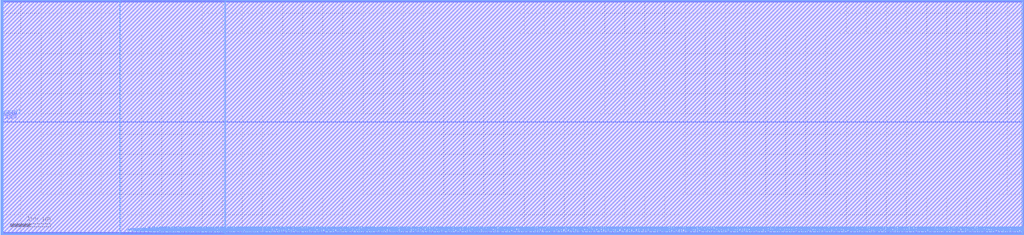
<source format=lef>
VERSION 5.4 ;
NAMESCASESENSITIVE ON ;
BUSBITCHARS "[]" ;
DIVIDERCHAR "/" ;
UNITS
  DATABASE MICRONS 2000 ;
END UNITS
MACRO sram_336x128
   CLASS BLOCK ;
   SIZE 2542.22 BY 583.82 ;
   SYMMETRY X Y R90 ;
   PIN din0[0]
      DIRECTION INPUT ;
      PORT
         LAYER met4 ;
         RECT  556.24 0.0 556.62 1.06 ;
      END
   END din0[0]
   PIN din0[1]
      DIRECTION INPUT ;
      PORT
         LAYER met4 ;
         RECT  562.36 0.0 562.74 1.06 ;
      END
   END din0[1]
   PIN din0[2]
      DIRECTION INPUT ;
      PORT
         LAYER met4 ;
         RECT  568.48 0.0 568.86 1.06 ;
      END
   END din0[2]
   PIN din0[3]
      DIRECTION INPUT ;
      PORT
         LAYER met4 ;
         RECT  573.24 0.0 573.62 1.06 ;
      END
   END din0[3]
   PIN din0[4]
      DIRECTION INPUT ;
      PORT
         LAYER met4 ;
         RECT  580.04 0.0 580.42 1.06 ;
      END
   END din0[4]
   PIN din0[5]
      DIRECTION INPUT ;
      PORT
         LAYER met4 ;
         RECT  586.16 0.0 586.54 1.06 ;
      END
   END din0[5]
   PIN din0[6]
      DIRECTION INPUT ;
      PORT
         LAYER met4 ;
         RECT  591.6 0.0 591.98 1.06 ;
      END
   END din0[6]
   PIN din0[7]
      DIRECTION INPUT ;
      PORT
         LAYER met4 ;
         RECT  597.72 0.0 598.1 1.06 ;
      END
   END din0[7]
   PIN din0[8]
      DIRECTION INPUT ;
      PORT
         LAYER met4 ;
         RECT  603.84 0.0 604.22 1.06 ;
      END
   END din0[8]
   PIN din0[9]
      DIRECTION INPUT ;
      PORT
         LAYER met4 ;
         RECT  609.28 0.0 609.66 1.06 ;
      END
   END din0[9]
   PIN din0[10]
      DIRECTION INPUT ;
      PORT
         LAYER met4 ;
         RECT  614.72 0.0 615.1 1.06 ;
      END
   END din0[10]
   PIN din0[11]
      DIRECTION INPUT ;
      PORT
         LAYER met4 ;
         RECT  620.84 0.0 621.22 1.06 ;
      END
   END din0[11]
   PIN din0[12]
      DIRECTION INPUT ;
      PORT
         LAYER met4 ;
         RECT  626.28 0.0 626.66 1.06 ;
      END
   END din0[12]
   PIN din0[13]
      DIRECTION INPUT ;
      PORT
         LAYER met4 ;
         RECT  633.08 0.0 633.46 1.06 ;
      END
   END din0[13]
   PIN din0[14]
      DIRECTION INPUT ;
      PORT
         LAYER met4 ;
         RECT  638.52 0.0 638.9 1.06 ;
      END
   END din0[14]
   PIN din0[15]
      DIRECTION INPUT ;
      PORT
         LAYER met4 ;
         RECT  644.64 0.0 645.02 1.06 ;
      END
   END din0[15]
   PIN din0[16]
      DIRECTION INPUT ;
      PORT
         LAYER met4 ;
         RECT  650.08 0.0 650.46 1.06 ;
      END
   END din0[16]
   PIN din0[17]
      DIRECTION INPUT ;
      PORT
         LAYER met4 ;
         RECT  656.2 0.0 656.58 1.06 ;
      END
   END din0[17]
   PIN din0[18]
      DIRECTION INPUT ;
      PORT
         LAYER met4 ;
         RECT  661.64 0.0 662.02 1.06 ;
      END
   END din0[18]
   PIN din0[19]
      DIRECTION INPUT ;
      PORT
         LAYER met4 ;
         RECT  667.08 0.0 667.46 1.06 ;
      END
   END din0[19]
   PIN din0[20]
      DIRECTION INPUT ;
      PORT
         LAYER met4 ;
         RECT  672.52 0.0 672.9 1.06 ;
      END
   END din0[20]
   PIN din0[21]
      DIRECTION INPUT ;
      PORT
         LAYER met4 ;
         RECT  678.64 0.0 679.02 1.06 ;
      END
   END din0[21]
   PIN din0[22]
      DIRECTION INPUT ;
      PORT
         LAYER met4 ;
         RECT  684.76 0.0 685.14 1.06 ;
      END
   END din0[22]
   PIN din0[23]
      DIRECTION INPUT ;
      PORT
         LAYER met4 ;
         RECT  690.2 0.0 690.58 1.06 ;
      END
   END din0[23]
   PIN din0[24]
      DIRECTION INPUT ;
      PORT
         LAYER met4 ;
         RECT  696.32 0.0 696.7 1.06 ;
      END
   END din0[24]
   PIN din0[25]
      DIRECTION INPUT ;
      PORT
         LAYER met4 ;
         RECT  701.76 0.0 702.14 1.06 ;
      END
   END din0[25]
   PIN din0[26]
      DIRECTION INPUT ;
      PORT
         LAYER met4 ;
         RECT  707.88 0.0 708.26 1.06 ;
      END
   END din0[26]
   PIN din0[27]
      DIRECTION INPUT ;
      PORT
         LAYER met4 ;
         RECT  714.68 0.0 715.06 1.06 ;
      END
   END din0[27]
   PIN din0[28]
      DIRECTION INPUT ;
      PORT
         LAYER met4 ;
         RECT  720.12 0.0 720.5 1.06 ;
      END
   END din0[28]
   PIN din0[29]
      DIRECTION INPUT ;
      PORT
         LAYER met4 ;
         RECT  725.56 0.0 725.94 1.06 ;
      END
   END din0[29]
   PIN din0[30]
      DIRECTION INPUT ;
      PORT
         LAYER met4 ;
         RECT  732.36 0.0 732.74 1.06 ;
      END
   END din0[30]
   PIN din0[31]
      DIRECTION INPUT ;
      PORT
         LAYER met4 ;
         RECT  737.8 0.0 738.18 1.06 ;
      END
   END din0[31]
   PIN din0[32]
      DIRECTION INPUT ;
      PORT
         LAYER met4 ;
         RECT  743.24 0.0 743.62 1.06 ;
      END
   END din0[32]
   PIN din0[33]
      DIRECTION INPUT ;
      PORT
         LAYER met4 ;
         RECT  748.68 0.0 749.06 1.06 ;
      END
   END din0[33]
   PIN din0[34]
      DIRECTION INPUT ;
      PORT
         LAYER met4 ;
         RECT  754.8 0.0 755.18 1.06 ;
      END
   END din0[34]
   PIN din0[35]
      DIRECTION INPUT ;
      PORT
         LAYER met4 ;
         RECT  760.92 0.0 761.3 1.06 ;
      END
   END din0[35]
   PIN din0[36]
      DIRECTION INPUT ;
      PORT
         LAYER met4 ;
         RECT  767.04 0.0 767.42 1.06 ;
      END
   END din0[36]
   PIN din0[37]
      DIRECTION INPUT ;
      PORT
         LAYER met4 ;
         RECT  771.8 0.0 772.18 1.06 ;
      END
   END din0[37]
   PIN din0[38]
      DIRECTION INPUT ;
      PORT
         LAYER met4 ;
         RECT  778.6 0.0 778.98 1.06 ;
      END
   END din0[38]
   PIN din0[39]
      DIRECTION INPUT ;
      PORT
         LAYER met4 ;
         RECT  784.72 0.0 785.1 1.06 ;
      END
   END din0[39]
   PIN din0[40]
      DIRECTION INPUT ;
      PORT
         LAYER met4 ;
         RECT  790.16 0.0 790.54 1.06 ;
      END
   END din0[40]
   PIN din0[41]
      DIRECTION INPUT ;
      PORT
         LAYER met4 ;
         RECT  796.28 0.0 796.66 1.06 ;
      END
   END din0[41]
   PIN din0[42]
      DIRECTION INPUT ;
      PORT
         LAYER met4 ;
         RECT  801.72 0.0 802.1 1.06 ;
      END
   END din0[42]
   PIN din0[43]
      DIRECTION INPUT ;
      PORT
         LAYER met4 ;
         RECT  807.16 0.0 807.54 1.06 ;
      END
   END din0[43]
   PIN din0[44]
      DIRECTION INPUT ;
      PORT
         LAYER met4 ;
         RECT  813.96 0.0 814.34 1.06 ;
      END
   END din0[44]
   PIN din0[45]
      DIRECTION INPUT ;
      PORT
         LAYER met4 ;
         RECT  818.72 0.0 819.1 1.06 ;
      END
   END din0[45]
   PIN din0[46]
      DIRECTION INPUT ;
      PORT
         LAYER met4 ;
         RECT  825.52 0.0 825.9 1.06 ;
      END
   END din0[46]
   PIN din0[47]
      DIRECTION INPUT ;
      PORT
         LAYER met4 ;
         RECT  830.28 0.0 830.66 1.06 ;
      END
   END din0[47]
   PIN din0[48]
      DIRECTION INPUT ;
      PORT
         LAYER met4 ;
         RECT  837.08 0.0 837.46 1.06 ;
      END
   END din0[48]
   PIN din0[49]
      DIRECTION INPUT ;
      PORT
         LAYER met4 ;
         RECT  843.2 0.0 843.58 1.06 ;
      END
   END din0[49]
   PIN din0[50]
      DIRECTION INPUT ;
      PORT
         LAYER met4 ;
         RECT  848.64 0.0 849.02 1.06 ;
      END
   END din0[50]
   PIN din0[51]
      DIRECTION INPUT ;
      PORT
         LAYER met4 ;
         RECT  854.08 0.0 854.46 1.06 ;
      END
   END din0[51]
   PIN din0[52]
      DIRECTION INPUT ;
      PORT
         LAYER met4 ;
         RECT  860.2 0.0 860.58 1.06 ;
      END
   END din0[52]
   PIN din0[53]
      DIRECTION INPUT ;
      PORT
         LAYER met4 ;
         RECT  866.32 0.0 866.7 1.06 ;
      END
   END din0[53]
   PIN din0[54]
      DIRECTION INPUT ;
      PORT
         LAYER met4 ;
         RECT  872.44 0.0 872.82 1.06 ;
      END
   END din0[54]
   PIN din0[55]
      DIRECTION INPUT ;
      PORT
         LAYER met4 ;
         RECT  877.88 0.0 878.26 1.06 ;
      END
   END din0[55]
   PIN din0[56]
      DIRECTION INPUT ;
      PORT
         LAYER met4 ;
         RECT  883.32 0.0 883.7 1.06 ;
      END
   END din0[56]
   PIN din0[57]
      DIRECTION INPUT ;
      PORT
         LAYER met4 ;
         RECT  889.44 0.0 889.82 1.06 ;
      END
   END din0[57]
   PIN din0[58]
      DIRECTION INPUT ;
      PORT
         LAYER met4 ;
         RECT  894.88 0.0 895.26 1.06 ;
      END
   END din0[58]
   PIN din0[59]
      DIRECTION INPUT ;
      PORT
         LAYER met4 ;
         RECT  901.0 0.0 901.38 1.06 ;
      END
   END din0[59]
   PIN din0[60]
      DIRECTION INPUT ;
      PORT
         LAYER met4 ;
         RECT  907.12 0.0 907.5 1.06 ;
      END
   END din0[60]
   PIN din0[61]
      DIRECTION INPUT ;
      PORT
         LAYER met4 ;
         RECT  912.56 0.0 912.94 1.06 ;
      END
   END din0[61]
   PIN din0[62]
      DIRECTION INPUT ;
      PORT
         LAYER met4 ;
         RECT  918.0 0.0 918.38 1.06 ;
      END
   END din0[62]
   PIN din0[63]
      DIRECTION INPUT ;
      PORT
         LAYER met4 ;
         RECT  924.8 0.0 925.18 1.06 ;
      END
   END din0[63]
   PIN din0[64]
      DIRECTION INPUT ;
      PORT
         LAYER met4 ;
         RECT  929.56 0.0 929.94 1.06 ;
      END
   END din0[64]
   PIN din0[65]
      DIRECTION INPUT ;
      PORT
         LAYER met4 ;
         RECT  935.68 0.0 936.06 1.06 ;
      END
   END din0[65]
   PIN din0[66]
      DIRECTION INPUT ;
      PORT
         LAYER met4 ;
         RECT  941.8 0.0 942.18 1.06 ;
      END
   END din0[66]
   PIN din0[67]
      DIRECTION INPUT ;
      PORT
         LAYER met4 ;
         RECT  947.92 0.0 948.3 1.06 ;
      END
   END din0[67]
   PIN din0[68]
      DIRECTION INPUT ;
      PORT
         LAYER met4 ;
         RECT  953.36 0.0 953.74 1.06 ;
      END
   END din0[68]
   PIN din0[69]
      DIRECTION INPUT ;
      PORT
         LAYER met4 ;
         RECT  959.48 0.0 959.86 1.06 ;
      END
   END din0[69]
   PIN din0[70]
      DIRECTION INPUT ;
      PORT
         LAYER met4 ;
         RECT  965.6 0.0 965.98 1.06 ;
      END
   END din0[70]
   PIN din0[71]
      DIRECTION INPUT ;
      PORT
         LAYER met4 ;
         RECT  970.36 0.0 970.74 1.06 ;
      END
   END din0[71]
   PIN din0[72]
      DIRECTION INPUT ;
      PORT
         LAYER met4 ;
         RECT  976.48 0.0 976.86 1.06 ;
      END
   END din0[72]
   PIN din0[73]
      DIRECTION INPUT ;
      PORT
         LAYER met4 ;
         RECT  983.28 0.0 983.66 1.06 ;
      END
   END din0[73]
   PIN din0[74]
      DIRECTION INPUT ;
      PORT
         LAYER met4 ;
         RECT  988.04 0.0 988.42 1.06 ;
      END
   END din0[74]
   PIN din0[75]
      DIRECTION INPUT ;
      PORT
         LAYER met4 ;
         RECT  994.84 0.0 995.22 1.06 ;
      END
   END din0[75]
   PIN din0[76]
      DIRECTION INPUT ;
      PORT
         LAYER met4 ;
         RECT  1000.96 0.0 1001.34 1.06 ;
      END
   END din0[76]
   PIN din0[77]
      DIRECTION INPUT ;
      PORT
         LAYER met4 ;
         RECT  1006.4 0.0 1006.78 1.06 ;
      END
   END din0[77]
   PIN din0[78]
      DIRECTION INPUT ;
      PORT
         LAYER met4 ;
         RECT  1011.84 0.0 1012.22 1.06 ;
      END
   END din0[78]
   PIN din0[79]
      DIRECTION INPUT ;
      PORT
         LAYER met4 ;
         RECT  1017.96 0.0 1018.34 1.06 ;
      END
   END din0[79]
   PIN din0[80]
      DIRECTION INPUT ;
      PORT
         LAYER met4 ;
         RECT  1023.4 0.0 1023.78 1.06 ;
      END
   END din0[80]
   PIN din0[81]
      DIRECTION INPUT ;
      PORT
         LAYER met4 ;
         RECT  1030.2 0.0 1030.58 1.06 ;
      END
   END din0[81]
   PIN din0[82]
      DIRECTION INPUT ;
      PORT
         LAYER met4 ;
         RECT  1035.64 0.0 1036.02 1.06 ;
      END
   END din0[82]
   PIN din0[83]
      DIRECTION INPUT ;
      PORT
         LAYER met4 ;
         RECT  1041.76 0.0 1042.14 1.06 ;
      END
   END din0[83]
   PIN din0[84]
      DIRECTION INPUT ;
      PORT
         LAYER met4 ;
         RECT  1047.2 0.0 1047.58 1.06 ;
      END
   END din0[84]
   PIN din0[85]
      DIRECTION INPUT ;
      PORT
         LAYER met4 ;
         RECT  1053.32 0.0 1053.7 1.06 ;
      END
   END din0[85]
   PIN din0[86]
      DIRECTION INPUT ;
      PORT
         LAYER met4 ;
         RECT  1058.76 0.0 1059.14 1.06 ;
      END
   END din0[86]
   PIN din0[87]
      DIRECTION INPUT ;
      PORT
         LAYER met4 ;
         RECT  1064.88 0.0 1065.26 1.06 ;
      END
   END din0[87]
   PIN din0[88]
      DIRECTION INPUT ;
      PORT
         LAYER met4 ;
         RECT  1071.0 0.0 1071.38 1.06 ;
      END
   END din0[88]
   PIN din0[89]
      DIRECTION INPUT ;
      PORT
         LAYER met4 ;
         RECT  1076.44 0.0 1076.82 1.06 ;
      END
   END din0[89]
   PIN din0[90]
      DIRECTION INPUT ;
      PORT
         LAYER met4 ;
         RECT  1081.88 0.0 1082.26 1.06 ;
      END
   END din0[90]
   PIN din0[91]
      DIRECTION INPUT ;
      PORT
         LAYER met4 ;
         RECT  1088.0 0.0 1088.38 1.06 ;
      END
   END din0[91]
   PIN din0[92]
      DIRECTION INPUT ;
      PORT
         LAYER met4 ;
         RECT  1094.12 0.0 1094.5 1.06 ;
      END
   END din0[92]
   PIN din0[93]
      DIRECTION INPUT ;
      PORT
         LAYER met4 ;
         RECT  1098.88 0.0 1099.26 1.06 ;
      END
   END din0[93]
   PIN din0[94]
      DIRECTION INPUT ;
      PORT
         LAYER met4 ;
         RECT  1105.68 0.0 1106.06 1.06 ;
      END
   END din0[94]
   PIN din0[95]
      DIRECTION INPUT ;
      PORT
         LAYER met4 ;
         RECT  1111.8 0.0 1112.18 1.06 ;
      END
   END din0[95]
   PIN din0[96]
      DIRECTION INPUT ;
      PORT
         LAYER met4 ;
         RECT  1116.56 0.0 1116.94 1.06 ;
      END
   END din0[96]
   PIN din0[97]
      DIRECTION INPUT ;
      PORT
         LAYER met4 ;
         RECT  1123.36 0.0 1123.74 1.06 ;
      END
   END din0[97]
   PIN din0[98]
      DIRECTION INPUT ;
      PORT
         LAYER met4 ;
         RECT  1128.8 0.0 1129.18 1.06 ;
      END
   END din0[98]
   PIN din0[99]
      DIRECTION INPUT ;
      PORT
         LAYER met4 ;
         RECT  1134.24 0.0 1134.62 1.06 ;
      END
   END din0[99]
   PIN din0[100]
      DIRECTION INPUT ;
      PORT
         LAYER met4 ;
         RECT  1140.36 0.0 1140.74 1.06 ;
      END
   END din0[100]
   PIN din0[101]
      DIRECTION INPUT ;
      PORT
         LAYER met4 ;
         RECT  1146.48 0.0 1146.86 1.06 ;
      END
   END din0[101]
   PIN din0[102]
      DIRECTION INPUT ;
      PORT
         LAYER met4 ;
         RECT  1152.6 0.0 1152.98 1.06 ;
      END
   END din0[102]
   PIN din0[103]
      DIRECTION INPUT ;
      PORT
         LAYER met4 ;
         RECT  1158.04 0.0 1158.42 1.06 ;
      END
   END din0[103]
   PIN din0[104]
      DIRECTION INPUT ;
      PORT
         LAYER met4 ;
         RECT  1163.48 0.0 1163.86 1.06 ;
      END
   END din0[104]
   PIN din0[105]
      DIRECTION INPUT ;
      PORT
         LAYER met4 ;
         RECT  1169.6 0.0 1169.98 1.06 ;
      END
   END din0[105]
   PIN din0[106]
      DIRECTION INPUT ;
      PORT
         LAYER met4 ;
         RECT  1175.04 0.0 1175.42 1.06 ;
      END
   END din0[106]
   PIN din0[107]
      DIRECTION INPUT ;
      PORT
         LAYER met4 ;
         RECT  1181.84 0.0 1182.22 1.06 ;
      END
   END din0[107]
   PIN din0[108]
      DIRECTION INPUT ;
      PORT
         LAYER met4 ;
         RECT  1187.28 0.0 1187.66 1.06 ;
      END
   END din0[108]
   PIN din0[109]
      DIRECTION INPUT ;
      PORT
         LAYER met4 ;
         RECT  1193.4 0.0 1193.78 1.06 ;
      END
   END din0[109]
   PIN din0[110]
      DIRECTION INPUT ;
      PORT
         LAYER met4 ;
         RECT  1198.84 0.0 1199.22 1.06 ;
      END
   END din0[110]
   PIN din0[111]
      DIRECTION INPUT ;
      PORT
         LAYER met4 ;
         RECT  1204.96 0.0 1205.34 1.06 ;
      END
   END din0[111]
   PIN din0[112]
      DIRECTION INPUT ;
      PORT
         LAYER met4 ;
         RECT  1211.08 0.0 1211.46 1.06 ;
      END
   END din0[112]
   PIN din0[113]
      DIRECTION INPUT ;
      PORT
         LAYER met4 ;
         RECT  1216.52 0.0 1216.9 1.06 ;
      END
   END din0[113]
   PIN din0[114]
      DIRECTION INPUT ;
      PORT
         LAYER met4 ;
         RECT  1222.64 0.0 1223.02 1.06 ;
      END
   END din0[114]
   PIN din0[115]
      DIRECTION INPUT ;
      PORT
         LAYER met4 ;
         RECT  1227.4 0.0 1227.78 1.06 ;
      END
   END din0[115]
   PIN din0[116]
      DIRECTION INPUT ;
      PORT
         LAYER met4 ;
         RECT  1234.2 0.0 1234.58 1.06 ;
      END
   END din0[116]
   PIN din0[117]
      DIRECTION INPUT ;
      PORT
         LAYER met4 ;
         RECT  1239.64 0.0 1240.02 1.06 ;
      END
   END din0[117]
   PIN din0[118]
      DIRECTION INPUT ;
      PORT
         LAYER met4 ;
         RECT  1245.76 0.0 1246.14 1.06 ;
      END
   END din0[118]
   PIN din0[119]
      DIRECTION INPUT ;
      PORT
         LAYER met4 ;
         RECT  1251.2 0.0 1251.58 1.06 ;
      END
   END din0[119]
   PIN din0[120]
      DIRECTION INPUT ;
      PORT
         LAYER met4 ;
         RECT  1257.32 0.0 1257.7 1.06 ;
      END
   END din0[120]
   PIN din0[121]
      DIRECTION INPUT ;
      PORT
         LAYER met4 ;
         RECT  1263.44 0.0 1263.82 1.06 ;
      END
   END din0[121]
   PIN din0[122]
      DIRECTION INPUT ;
      PORT
         LAYER met4 ;
         RECT  1268.2 0.0 1268.58 1.06 ;
      END
   END din0[122]
   PIN din0[123]
      DIRECTION INPUT ;
      PORT
         LAYER met4 ;
         RECT  1275.0 0.0 1275.38 1.06 ;
      END
   END din0[123]
   PIN din0[124]
      DIRECTION INPUT ;
      PORT
         LAYER met4 ;
         RECT  1281.12 0.0 1281.5 1.06 ;
      END
   END din0[124]
   PIN din0[125]
      DIRECTION INPUT ;
      PORT
         LAYER met4 ;
         RECT  1286.56 0.0 1286.94 1.06 ;
      END
   END din0[125]
   PIN din0[126]
      DIRECTION INPUT ;
      PORT
         LAYER met4 ;
         RECT  1292.0 0.0 1292.38 1.06 ;
      END
   END din0[126]
   PIN din0[127]
      DIRECTION INPUT ;
      PORT
         LAYER met4 ;
         RECT  1298.12 0.0 1298.5 1.06 ;
      END
   END din0[127]
   PIN din0[128]
      DIRECTION INPUT ;
      PORT
         LAYER met4 ;
         RECT  1303.56 0.0 1303.94 1.06 ;
      END
   END din0[128]
   PIN din0[129]
      DIRECTION INPUT ;
      PORT
         LAYER met4 ;
         RECT  1309.68 0.0 1310.06 1.06 ;
      END
   END din0[129]
   PIN din0[130]
      DIRECTION INPUT ;
      PORT
         LAYER met4 ;
         RECT  1315.8 0.0 1316.18 1.06 ;
      END
   END din0[130]
   PIN din0[131]
      DIRECTION INPUT ;
      PORT
         LAYER met4 ;
         RECT  1321.24 0.0 1321.62 1.06 ;
      END
   END din0[131]
   PIN din0[132]
      DIRECTION INPUT ;
      PORT
         LAYER met4 ;
         RECT  1328.04 0.0 1328.42 1.06 ;
      END
   END din0[132]
   PIN din0[133]
      DIRECTION INPUT ;
      PORT
         LAYER met4 ;
         RECT  1332.8 0.0 1333.18 1.06 ;
      END
   END din0[133]
   PIN din0[134]
      DIRECTION INPUT ;
      PORT
         LAYER met4 ;
         RECT  1339.6 0.0 1339.98 1.06 ;
      END
   END din0[134]
   PIN din0[135]
      DIRECTION INPUT ;
      PORT
         LAYER met4 ;
         RECT  1345.04 0.0 1345.42 1.06 ;
      END
   END din0[135]
   PIN din0[136]
      DIRECTION INPUT ;
      PORT
         LAYER met4 ;
         RECT  1351.16 0.0 1351.54 1.06 ;
      END
   END din0[136]
   PIN din0[137]
      DIRECTION INPUT ;
      PORT
         LAYER met4 ;
         RECT  1355.92 0.0 1356.3 1.06 ;
      END
   END din0[137]
   PIN din0[138]
      DIRECTION INPUT ;
      PORT
         LAYER met4 ;
         RECT  1362.72 0.0 1363.1 1.06 ;
      END
   END din0[138]
   PIN din0[139]
      DIRECTION INPUT ;
      PORT
         LAYER met4 ;
         RECT  1368.16 0.0 1368.54 1.06 ;
      END
   END din0[139]
   PIN din0[140]
      DIRECTION INPUT ;
      PORT
         LAYER met4 ;
         RECT  1373.6 0.0 1373.98 1.06 ;
      END
   END din0[140]
   PIN din0[141]
      DIRECTION INPUT ;
      PORT
         LAYER met4 ;
         RECT  1379.72 0.0 1380.1 1.06 ;
      END
   END din0[141]
   PIN din0[142]
      DIRECTION INPUT ;
      PORT
         LAYER met4 ;
         RECT  1385.84 0.0 1386.22 1.06 ;
      END
   END din0[142]
   PIN din0[143]
      DIRECTION INPUT ;
      PORT
         LAYER met4 ;
         RECT  1391.96 0.0 1392.34 1.06 ;
      END
   END din0[143]
   PIN din0[144]
      DIRECTION INPUT ;
      PORT
         LAYER met4 ;
         RECT  1398.08 0.0 1398.46 1.06 ;
      END
   END din0[144]
   PIN din0[145]
      DIRECTION INPUT ;
      PORT
         LAYER met4 ;
         RECT  1403.52 0.0 1403.9 1.06 ;
      END
   END din0[145]
   PIN din0[146]
      DIRECTION INPUT ;
      PORT
         LAYER met4 ;
         RECT  1409.64 0.0 1410.02 1.06 ;
      END
   END din0[146]
   PIN din0[147]
      DIRECTION INPUT ;
      PORT
         LAYER met4 ;
         RECT  1415.08 0.0 1415.46 1.06 ;
      END
   END din0[147]
   PIN din0[148]
      DIRECTION INPUT ;
      PORT
         LAYER met4 ;
         RECT  1421.2 0.0 1421.58 1.06 ;
      END
   END din0[148]
   PIN din0[149]
      DIRECTION INPUT ;
      PORT
         LAYER met4 ;
         RECT  1427.32 0.0 1427.7 1.06 ;
      END
   END din0[149]
   PIN din0[150]
      DIRECTION INPUT ;
      PORT
         LAYER met4 ;
         RECT  1432.08 0.0 1432.46 1.06 ;
      END
   END din0[150]
   PIN din0[151]
      DIRECTION INPUT ;
      PORT
         LAYER met4 ;
         RECT  1438.88 0.0 1439.26 1.06 ;
      END
   END din0[151]
   PIN din0[152]
      DIRECTION INPUT ;
      PORT
         LAYER met4 ;
         RECT  1444.32 0.0 1444.7 1.06 ;
      END
   END din0[152]
   PIN din0[153]
      DIRECTION INPUT ;
      PORT
         LAYER met4 ;
         RECT  1450.44 0.0 1450.82 1.06 ;
      END
   END din0[153]
   PIN din0[154]
      DIRECTION INPUT ;
      PORT
         LAYER met4 ;
         RECT  1455.88 0.0 1456.26 1.06 ;
      END
   END din0[154]
   PIN din0[155]
      DIRECTION INPUT ;
      PORT
         LAYER met4 ;
         RECT  1462.0 0.0 1462.38 1.06 ;
      END
   END din0[155]
   PIN din0[156]
      DIRECTION INPUT ;
      PORT
         LAYER met4 ;
         RECT  1468.12 0.0 1468.5 1.06 ;
      END
   END din0[156]
   PIN din0[157]
      DIRECTION INPUT ;
      PORT
         LAYER met4 ;
         RECT  1473.56 0.0 1473.94 1.06 ;
      END
   END din0[157]
   PIN din0[158]
      DIRECTION INPUT ;
      PORT
         LAYER met4 ;
         RECT  1479.0 0.0 1479.38 1.06 ;
      END
   END din0[158]
   PIN din0[159]
      DIRECTION INPUT ;
      PORT
         LAYER met4 ;
         RECT  1484.44 0.0 1484.82 1.06 ;
      END
   END din0[159]
   PIN din0[160]
      DIRECTION INPUT ;
      PORT
         LAYER met4 ;
         RECT  1491.24 0.0 1491.62 1.06 ;
      END
   END din0[160]
   PIN din0[161]
      DIRECTION INPUT ;
      PORT
         LAYER met4 ;
         RECT  1496.68 0.0 1497.06 1.06 ;
      END
   END din0[161]
   PIN din0[162]
      DIRECTION INPUT ;
      PORT
         LAYER met4 ;
         RECT  1502.8 0.0 1503.18 1.06 ;
      END
   END din0[162]
   PIN din0[163]
      DIRECTION INPUT ;
      PORT
         LAYER met4 ;
         RECT  1508.24 0.0 1508.62 1.06 ;
      END
   END din0[163]
   PIN din0[164]
      DIRECTION INPUT ;
      PORT
         LAYER met4 ;
         RECT  1514.36 0.0 1514.74 1.06 ;
      END
   END din0[164]
   PIN din0[165]
      DIRECTION INPUT ;
      PORT
         LAYER met4 ;
         RECT  1519.8 0.0 1520.18 1.06 ;
      END
   END din0[165]
   PIN din0[166]
      DIRECTION INPUT ;
      PORT
         LAYER met4 ;
         RECT  1525.24 0.0 1525.62 1.06 ;
      END
   END din0[166]
   PIN din0[167]
      DIRECTION INPUT ;
      PORT
         LAYER met4 ;
         RECT  1531.36 0.0 1531.74 1.06 ;
      END
   END din0[167]
   PIN din0[168]
      DIRECTION INPUT ;
      PORT
         LAYER met4 ;
         RECT  1537.48 0.0 1537.86 1.06 ;
      END
   END din0[168]
   PIN din0[169]
      DIRECTION INPUT ;
      PORT
         LAYER met4 ;
         RECT  1542.92 0.0 1543.3 1.06 ;
      END
   END din0[169]
   PIN din0[170]
      DIRECTION INPUT ;
      PORT
         LAYER met4 ;
         RECT  1549.04 0.0 1549.42 1.06 ;
      END
   END din0[170]
   PIN din0[171]
      DIRECTION INPUT ;
      PORT
         LAYER met4 ;
         RECT  1554.48 0.0 1554.86 1.06 ;
      END
   END din0[171]
   PIN din0[172]
      DIRECTION INPUT ;
      PORT
         LAYER met4 ;
         RECT  1560.6 0.0 1560.98 1.06 ;
      END
   END din0[172]
   PIN din0[173]
      DIRECTION INPUT ;
      PORT
         LAYER met4 ;
         RECT  1566.72 0.0 1567.1 1.06 ;
      END
   END din0[173]
   PIN din0[174]
      DIRECTION INPUT ;
      PORT
         LAYER met4 ;
         RECT  1572.84 0.0 1573.22 1.06 ;
      END
   END din0[174]
   PIN din0[175]
      DIRECTION INPUT ;
      PORT
         LAYER met4 ;
         RECT  1578.96 0.0 1579.34 1.06 ;
      END
   END din0[175]
   PIN din0[176]
      DIRECTION INPUT ;
      PORT
         LAYER met4 ;
         RECT  1583.72 0.0 1584.1 1.06 ;
      END
   END din0[176]
   PIN din0[177]
      DIRECTION INPUT ;
      PORT
         LAYER met4 ;
         RECT  1590.52 0.0 1590.9 1.06 ;
      END
   END din0[177]
   PIN din0[178]
      DIRECTION INPUT ;
      PORT
         LAYER met4 ;
         RECT  1595.96 0.0 1596.34 1.06 ;
      END
   END din0[178]
   PIN din0[179]
      DIRECTION INPUT ;
      PORT
         LAYER met4 ;
         RECT  1601.4 0.0 1601.78 1.06 ;
      END
   END din0[179]
   PIN din0[180]
      DIRECTION INPUT ;
      PORT
         LAYER met4 ;
         RECT  1608.2 0.0 1608.58 1.06 ;
      END
   END din0[180]
   PIN din0[181]
      DIRECTION INPUT ;
      PORT
         LAYER met4 ;
         RECT  1612.96 0.0 1613.34 1.06 ;
      END
   END din0[181]
   PIN din0[182]
      DIRECTION INPUT ;
      PORT
         LAYER met4 ;
         RECT  1619.76 0.0 1620.14 1.06 ;
      END
   END din0[182]
   PIN din0[183]
      DIRECTION INPUT ;
      PORT
         LAYER met4 ;
         RECT  1625.88 0.0 1626.26 1.06 ;
      END
   END din0[183]
   PIN din0[184]
      DIRECTION INPUT ;
      PORT
         LAYER met4 ;
         RECT  1631.32 0.0 1631.7 1.06 ;
      END
   END din0[184]
   PIN din0[185]
      DIRECTION INPUT ;
      PORT
         LAYER met4 ;
         RECT  1636.76 0.0 1637.14 1.06 ;
      END
   END din0[185]
   PIN din0[186]
      DIRECTION INPUT ;
      PORT
         LAYER met4 ;
         RECT  1642.88 0.0 1643.26 1.06 ;
      END
   END din0[186]
   PIN din0[187]
      DIRECTION INPUT ;
      PORT
         LAYER met4 ;
         RECT  1648.32 0.0 1648.7 1.06 ;
      END
   END din0[187]
   PIN din0[188]
      DIRECTION INPUT ;
      PORT
         LAYER met4 ;
         RECT  1654.44 0.0 1654.82 1.06 ;
      END
   END din0[188]
   PIN din0[189]
      DIRECTION INPUT ;
      PORT
         LAYER met4 ;
         RECT  1660.56 0.0 1660.94 1.06 ;
      END
   END din0[189]
   PIN din0[190]
      DIRECTION INPUT ;
      PORT
         LAYER met4 ;
         RECT  1665.32 0.0 1665.7 1.06 ;
      END
   END din0[190]
   PIN din0[191]
      DIRECTION INPUT ;
      PORT
         LAYER met4 ;
         RECT  1672.12 0.0 1672.5 1.06 ;
      END
   END din0[191]
   PIN din0[192]
      DIRECTION INPUT ;
      PORT
         LAYER met4 ;
         RECT  1677.56 0.0 1677.94 1.06 ;
      END
   END din0[192]
   PIN din0[193]
      DIRECTION INPUT ;
      PORT
         LAYER met4 ;
         RECT  1683.68 0.0 1684.06 1.06 ;
      END
   END din0[193]
   PIN din0[194]
      DIRECTION INPUT ;
      PORT
         LAYER met4 ;
         RECT  1689.8 0.0 1690.18 1.06 ;
      END
   END din0[194]
   PIN din0[195]
      DIRECTION INPUT ;
      PORT
         LAYER met4 ;
         RECT  1695.24 0.0 1695.62 1.06 ;
      END
   END din0[195]
   PIN din0[196]
      DIRECTION INPUT ;
      PORT
         LAYER met4 ;
         RECT  1701.36 0.0 1701.74 1.06 ;
      END
   END din0[196]
   PIN din0[197]
      DIRECTION INPUT ;
      PORT
         LAYER met4 ;
         RECT  1706.8 0.0 1707.18 1.06 ;
      END
   END din0[197]
   PIN din0[198]
      DIRECTION INPUT ;
      PORT
         LAYER met4 ;
         RECT  1712.92 0.0 1713.3 1.06 ;
      END
   END din0[198]
   PIN din0[199]
      DIRECTION INPUT ;
      PORT
         LAYER met4 ;
         RECT  1719.04 0.0 1719.42 1.06 ;
      END
   END din0[199]
   PIN din0[200]
      DIRECTION INPUT ;
      PORT
         LAYER met4 ;
         RECT  1725.16 0.0 1725.54 1.06 ;
      END
   END din0[200]
   PIN din0[201]
      DIRECTION INPUT ;
      PORT
         LAYER met4 ;
         RECT  1730.6 0.0 1730.98 1.06 ;
      END
   END din0[201]
   PIN din0[202]
      DIRECTION INPUT ;
      PORT
         LAYER met4 ;
         RECT  1736.72 0.0 1737.1 1.06 ;
      END
   END din0[202]
   PIN din0[203]
      DIRECTION INPUT ;
      PORT
         LAYER met4 ;
         RECT  1741.48 0.0 1741.86 1.06 ;
      END
   END din0[203]
   PIN din0[204]
      DIRECTION INPUT ;
      PORT
         LAYER met4 ;
         RECT  1748.28 0.0 1748.66 1.06 ;
      END
   END din0[204]
   PIN din0[205]
      DIRECTION INPUT ;
      PORT
         LAYER met4 ;
         RECT  1753.04 0.0 1753.42 1.06 ;
      END
   END din0[205]
   PIN din0[206]
      DIRECTION INPUT ;
      PORT
         LAYER met4 ;
         RECT  1759.84 0.0 1760.22 1.06 ;
      END
   END din0[206]
   PIN din0[207]
      DIRECTION INPUT ;
      PORT
         LAYER met4 ;
         RECT  1765.28 0.0 1765.66 1.06 ;
      END
   END din0[207]
   PIN din0[208]
      DIRECTION INPUT ;
      PORT
         LAYER met4 ;
         RECT  1771.4 0.0 1771.78 1.06 ;
      END
   END din0[208]
   PIN din0[209]
      DIRECTION INPUT ;
      PORT
         LAYER met4 ;
         RECT  1776.84 0.0 1777.22 1.06 ;
      END
   END din0[209]
   PIN din0[210]
      DIRECTION INPUT ;
      PORT
         LAYER met4 ;
         RECT  1782.96 0.0 1783.34 1.06 ;
      END
   END din0[210]
   PIN din0[211]
      DIRECTION INPUT ;
      PORT
         LAYER met4 ;
         RECT  1788.4 0.0 1788.78 1.06 ;
      END
   END din0[211]
   PIN din0[212]
      DIRECTION INPUT ;
      PORT
         LAYER met4 ;
         RECT  1795.2 0.0 1795.58 1.06 ;
      END
   END din0[212]
   PIN din0[213]
      DIRECTION INPUT ;
      PORT
         LAYER met4 ;
         RECT  1799.96 0.0 1800.34 1.06 ;
      END
   END din0[213]
   PIN din0[214]
      DIRECTION INPUT ;
      PORT
         LAYER met4 ;
         RECT  1806.08 0.0 1806.46 1.06 ;
      END
   END din0[214]
   PIN din0[215]
      DIRECTION INPUT ;
      PORT
         LAYER met4 ;
         RECT  1812.2 0.0 1812.58 1.06 ;
      END
   END din0[215]
   PIN din0[216]
      DIRECTION INPUT ;
      PORT
         LAYER met4 ;
         RECT  1817.64 0.0 1818.02 1.06 ;
      END
   END din0[216]
   PIN din0[217]
      DIRECTION INPUT ;
      PORT
         LAYER met4 ;
         RECT  1823.08 0.0 1823.46 1.06 ;
      END
   END din0[217]
   PIN din0[218]
      DIRECTION INPUT ;
      PORT
         LAYER met4 ;
         RECT  1829.88 0.0 1830.26 1.06 ;
      END
   END din0[218]
   PIN din0[219]
      DIRECTION INPUT ;
      PORT
         LAYER met4 ;
         RECT  1836.0 0.0 1836.38 1.06 ;
      END
   END din0[219]
   PIN din0[220]
      DIRECTION INPUT ;
      PORT
         LAYER met4 ;
         RECT  1841.44 0.0 1841.82 1.06 ;
      END
   END din0[220]
   PIN din0[221]
      DIRECTION INPUT ;
      PORT
         LAYER met4 ;
         RECT  1846.88 0.0 1847.26 1.06 ;
      END
   END din0[221]
   PIN din0[222]
      DIRECTION INPUT ;
      PORT
         LAYER met4 ;
         RECT  1853.0 0.0 1853.38 1.06 ;
      END
   END din0[222]
   PIN din0[223]
      DIRECTION INPUT ;
      PORT
         LAYER met4 ;
         RECT  1859.12 0.0 1859.5 1.06 ;
      END
   END din0[223]
   PIN din0[224]
      DIRECTION INPUT ;
      PORT
         LAYER met4 ;
         RECT  1863.88 0.0 1864.26 1.06 ;
      END
   END din0[224]
   PIN din0[225]
      DIRECTION INPUT ;
      PORT
         LAYER met4 ;
         RECT  1870.68 0.0 1871.06 1.06 ;
      END
   END din0[225]
   PIN din0[226]
      DIRECTION INPUT ;
      PORT
         LAYER met4 ;
         RECT  1876.8 0.0 1877.18 1.06 ;
      END
   END din0[226]
   PIN din0[227]
      DIRECTION INPUT ;
      PORT
         LAYER met4 ;
         RECT  1881.56 0.0 1881.94 1.06 ;
      END
   END din0[227]
   PIN din0[228]
      DIRECTION INPUT ;
      PORT
         LAYER met4 ;
         RECT  1888.36 0.0 1888.74 1.06 ;
      END
   END din0[228]
   PIN din0[229]
      DIRECTION INPUT ;
      PORT
         LAYER met4 ;
         RECT  1893.12 0.0 1893.5 1.06 ;
      END
   END din0[229]
   PIN din0[230]
      DIRECTION INPUT ;
      PORT
         LAYER met4 ;
         RECT  1899.92 0.0 1900.3 1.06 ;
      END
   END din0[230]
   PIN din0[231]
      DIRECTION INPUT ;
      PORT
         LAYER met4 ;
         RECT  1906.04 0.0 1906.42 1.06 ;
      END
   END din0[231]
   PIN din0[232]
      DIRECTION INPUT ;
      PORT
         LAYER met4 ;
         RECT  1911.48 0.0 1911.86 1.06 ;
      END
   END din0[232]
   PIN din0[233]
      DIRECTION INPUT ;
      PORT
         LAYER met4 ;
         RECT  1916.92 0.0 1917.3 1.06 ;
      END
   END din0[233]
   PIN din0[234]
      DIRECTION INPUT ;
      PORT
         LAYER met4 ;
         RECT  1922.36 0.0 1922.74 1.06 ;
      END
   END din0[234]
   PIN din0[235]
      DIRECTION INPUT ;
      PORT
         LAYER met4 ;
         RECT  1928.48 0.0 1928.86 1.06 ;
      END
   END din0[235]
   PIN din0[236]
      DIRECTION INPUT ;
      PORT
         LAYER met4 ;
         RECT  1934.6 0.0 1934.98 1.06 ;
      END
   END din0[236]
   PIN din0[237]
      DIRECTION INPUT ;
      PORT
         LAYER met4 ;
         RECT  1940.04 0.0 1940.42 1.06 ;
      END
   END din0[237]
   PIN din0[238]
      DIRECTION INPUT ;
      PORT
         LAYER met4 ;
         RECT  1946.16 0.0 1946.54 1.06 ;
      END
   END din0[238]
   PIN din0[239]
      DIRECTION INPUT ;
      PORT
         LAYER met4 ;
         RECT  1951.6 0.0 1951.98 1.06 ;
      END
   END din0[239]
   PIN din0[240]
      DIRECTION INPUT ;
      PORT
         LAYER met4 ;
         RECT  1957.72 0.0 1958.1 1.06 ;
      END
   END din0[240]
   PIN din0[241]
      DIRECTION INPUT ;
      PORT
         LAYER met4 ;
         RECT  1963.16 0.0 1963.54 1.06 ;
      END
   END din0[241]
   PIN din0[242]
      DIRECTION INPUT ;
      PORT
         LAYER met4 ;
         RECT  1969.28 0.0 1969.66 1.06 ;
      END
   END din0[242]
   PIN din0[243]
      DIRECTION INPUT ;
      PORT
         LAYER met4 ;
         RECT  1976.08 0.0 1976.46 1.06 ;
      END
   END din0[243]
   PIN din0[244]
      DIRECTION INPUT ;
      PORT
         LAYER met4 ;
         RECT  1980.84 0.0 1981.22 1.06 ;
      END
   END din0[244]
   PIN din0[245]
      DIRECTION INPUT ;
      PORT
         LAYER met4 ;
         RECT  1986.96 0.0 1987.34 1.06 ;
      END
   END din0[245]
   PIN din0[246]
      DIRECTION INPUT ;
      PORT
         LAYER met4 ;
         RECT  1993.08 0.0 1993.46 1.06 ;
      END
   END din0[246]
   PIN din0[247]
      DIRECTION INPUT ;
      PORT
         LAYER met4 ;
         RECT  1998.52 0.0 1998.9 1.06 ;
      END
   END din0[247]
   PIN din0[248]
      DIRECTION INPUT ;
      PORT
         LAYER met4 ;
         RECT  2004.64 0.0 2005.02 1.06 ;
      END
   END din0[248]
   PIN din0[249]
      DIRECTION INPUT ;
      PORT
         LAYER met4 ;
         RECT  2010.76 0.0 2011.14 1.06 ;
      END
   END din0[249]
   PIN din0[250]
      DIRECTION INPUT ;
      PORT
         LAYER met4 ;
         RECT  2016.88 0.0 2017.26 1.06 ;
      END
   END din0[250]
   PIN din0[251]
      DIRECTION INPUT ;
      PORT
         LAYER met4 ;
         RECT  2023.0 0.0 2023.38 1.06 ;
      END
   END din0[251]
   PIN din0[252]
      DIRECTION INPUT ;
      PORT
         LAYER met4 ;
         RECT  2028.44 0.0 2028.82 1.06 ;
      END
   END din0[252]
   PIN din0[253]
      DIRECTION INPUT ;
      PORT
         LAYER met4 ;
         RECT  2034.56 0.0 2034.94 1.06 ;
      END
   END din0[253]
   PIN din0[254]
      DIRECTION INPUT ;
      PORT
         LAYER met4 ;
         RECT  2040.0 0.0 2040.38 1.06 ;
      END
   END din0[254]
   PIN din0[255]
      DIRECTION INPUT ;
      PORT
         LAYER met4 ;
         RECT  2046.12 0.0 2046.5 1.06 ;
      END
   END din0[255]
   PIN din0[256]
      DIRECTION INPUT ;
      PORT
         LAYER met4 ;
         RECT  2050.88 0.0 2051.26 1.06 ;
      END
   END din0[256]
   PIN din0[257]
      DIRECTION INPUT ;
      PORT
         LAYER met4 ;
         RECT  2057.68 0.0 2058.06 1.06 ;
      END
   END din0[257]
   PIN din0[258]
      DIRECTION INPUT ;
      PORT
         LAYER met4 ;
         RECT  2062.44 0.0 2062.82 1.06 ;
      END
   END din0[258]
   PIN din0[259]
      DIRECTION INPUT ;
      PORT
         LAYER met4 ;
         RECT  2069.24 0.0 2069.62 1.06 ;
      END
   END din0[259]
   PIN din0[260]
      DIRECTION INPUT ;
      PORT
         LAYER met4 ;
         RECT  2074.68 0.0 2075.06 1.06 ;
      END
   END din0[260]
   PIN din0[261]
      DIRECTION INPUT ;
      PORT
         LAYER met4 ;
         RECT  2080.8 0.0 2081.18 1.06 ;
      END
   END din0[261]
   PIN din0[262]
      DIRECTION INPUT ;
      PORT
         LAYER met4 ;
         RECT  2086.24 0.0 2086.62 1.06 ;
      END
   END din0[262]
   PIN din0[263]
      DIRECTION INPUT ;
      PORT
         LAYER met4 ;
         RECT  2092.36 0.0 2092.74 1.06 ;
      END
   END din0[263]
   PIN din0[264]
      DIRECTION INPUT ;
      PORT
         LAYER met4 ;
         RECT  2097.8 0.0 2098.18 1.06 ;
      END
   END din0[264]
   PIN din0[265]
      DIRECTION INPUT ;
      PORT
         LAYER met4 ;
         RECT  2103.92 0.0 2104.3 1.06 ;
      END
   END din0[265]
   PIN din0[266]
      DIRECTION INPUT ;
      PORT
         LAYER met4 ;
         RECT  2109.36 0.0 2109.74 1.06 ;
      END
   END din0[266]
   PIN din0[267]
      DIRECTION INPUT ;
      PORT
         LAYER met4 ;
         RECT  2116.16 0.0 2116.54 1.06 ;
      END
   END din0[267]
   PIN din0[268]
      DIRECTION INPUT ;
      PORT
         LAYER met4 ;
         RECT  2122.28 0.0 2122.66 1.06 ;
      END
   END din0[268]
   PIN din0[269]
      DIRECTION INPUT ;
      PORT
         LAYER met4 ;
         RECT  2127.72 0.0 2128.1 1.06 ;
      END
   END din0[269]
   PIN din0[270]
      DIRECTION INPUT ;
      PORT
         LAYER met4 ;
         RECT  2133.16 0.0 2133.54 1.06 ;
      END
   END din0[270]
   PIN din0[271]
      DIRECTION INPUT ;
      PORT
         LAYER met4 ;
         RECT  2139.28 0.0 2139.66 1.06 ;
      END
   END din0[271]
   PIN din0[272]
      DIRECTION INPUT ;
      PORT
         LAYER met4 ;
         RECT  2144.72 0.0 2145.1 1.06 ;
      END
   END din0[272]
   PIN din0[273]
      DIRECTION INPUT ;
      PORT
         LAYER met4 ;
         RECT  2150.84 0.0 2151.22 1.06 ;
      END
   END din0[273]
   PIN din0[274]
      DIRECTION INPUT ;
      PORT
         LAYER met4 ;
         RECT  2156.28 0.0 2156.66 1.06 ;
      END
   END din0[274]
   PIN din0[275]
      DIRECTION INPUT ;
      PORT
         LAYER met4 ;
         RECT  2162.4 0.0 2162.78 1.06 ;
      END
   END din0[275]
   PIN din0[276]
      DIRECTION INPUT ;
      PORT
         LAYER met4 ;
         RECT  2167.84 0.0 2168.22 1.06 ;
      END
   END din0[276]
   PIN din0[277]
      DIRECTION INPUT ;
      PORT
         LAYER met4 ;
         RECT  2173.96 0.0 2174.34 1.06 ;
      END
   END din0[277]
   PIN din0[278]
      DIRECTION INPUT ;
      PORT
         LAYER met4 ;
         RECT  2180.08 0.0 2180.46 1.06 ;
      END
   END din0[278]
   PIN din0[279]
      DIRECTION INPUT ;
      PORT
         LAYER met4 ;
         RECT  2185.52 0.0 2185.9 1.06 ;
      END
   END din0[279]
   PIN din0[280]
      DIRECTION INPUT ;
      PORT
         LAYER met4 ;
         RECT  2191.64 0.0 2192.02 1.06 ;
      END
   END din0[280]
   PIN din0[281]
      DIRECTION INPUT ;
      PORT
         LAYER met4 ;
         RECT  2197.08 0.0 2197.46 1.06 ;
      END
   END din0[281]
   PIN din0[282]
      DIRECTION INPUT ;
      PORT
         LAYER met4 ;
         RECT  2203.88 0.0 2204.26 1.06 ;
      END
   END din0[282]
   PIN din0[283]
      DIRECTION INPUT ;
      PORT
         LAYER met4 ;
         RECT  2208.64 0.0 2209.02 1.06 ;
      END
   END din0[283]
   PIN din0[284]
      DIRECTION INPUT ;
      PORT
         LAYER met4 ;
         RECT  2214.76 0.0 2215.14 1.06 ;
      END
   END din0[284]
   PIN din0[285]
      DIRECTION INPUT ;
      PORT
         LAYER met4 ;
         RECT  2220.2 0.0 2220.58 1.06 ;
      END
   END din0[285]
   PIN din0[286]
      DIRECTION INPUT ;
      PORT
         LAYER met4 ;
         RECT  2226.32 0.0 2226.7 1.06 ;
      END
   END din0[286]
   PIN din0[287]
      DIRECTION INPUT ;
      PORT
         LAYER met4 ;
         RECT  2233.12 0.0 2233.5 1.06 ;
      END
   END din0[287]
   PIN din0[288]
      DIRECTION INPUT ;
      PORT
         LAYER met4 ;
         RECT  2237.88 0.0 2238.26 1.06 ;
      END
   END din0[288]
   PIN din0[289]
      DIRECTION INPUT ;
      PORT
         LAYER met4 ;
         RECT  2244.68 0.0 2245.06 1.06 ;
      END
   END din0[289]
   PIN din0[290]
      DIRECTION INPUT ;
      PORT
         LAYER met4 ;
         RECT  2249.44 0.0 2249.82 1.06 ;
      END
   END din0[290]
   PIN din0[291]
      DIRECTION INPUT ;
      PORT
         LAYER met4 ;
         RECT  2256.24 0.0 2256.62 1.06 ;
      END
   END din0[291]
   PIN din0[292]
      DIRECTION INPUT ;
      PORT
         LAYER met4 ;
         RECT  2261.0 0.0 2261.38 1.06 ;
      END
   END din0[292]
   PIN din0[293]
      DIRECTION INPUT ;
      PORT
         LAYER met4 ;
         RECT  2267.8 0.0 2268.18 1.06 ;
      END
   END din0[293]
   PIN din0[294]
      DIRECTION INPUT ;
      PORT
         LAYER met4 ;
         RECT  2273.24 0.0 2273.62 1.06 ;
      END
   END din0[294]
   PIN din0[295]
      DIRECTION INPUT ;
      PORT
         LAYER met4 ;
         RECT  2279.36 0.0 2279.74 1.06 ;
      END
   END din0[295]
   PIN din0[296]
      DIRECTION INPUT ;
      PORT
         LAYER met4 ;
         RECT  2285.48 0.0 2285.86 1.06 ;
      END
   END din0[296]
   PIN din0[297]
      DIRECTION INPUT ;
      PORT
         LAYER met4 ;
         RECT  2290.92 0.0 2291.3 1.06 ;
      END
   END din0[297]
   PIN din0[298]
      DIRECTION INPUT ;
      PORT
         LAYER met4 ;
         RECT  2297.04 0.0 2297.42 1.06 ;
      END
   END din0[298]
   PIN din0[299]
      DIRECTION INPUT ;
      PORT
         LAYER met4 ;
         RECT  2303.16 0.0 2303.54 1.06 ;
      END
   END din0[299]
   PIN din0[300]
      DIRECTION INPUT ;
      PORT
         LAYER met4 ;
         RECT  2308.6 0.0 2308.98 1.06 ;
      END
   END din0[300]
   PIN din0[301]
      DIRECTION INPUT ;
      PORT
         LAYER met4 ;
         RECT  2314.72 0.0 2315.1 1.06 ;
      END
   END din0[301]
   PIN din0[302]
      DIRECTION INPUT ;
      PORT
         LAYER met4 ;
         RECT  2320.16 0.0 2320.54 1.06 ;
      END
   END din0[302]
   PIN din0[303]
      DIRECTION INPUT ;
      PORT
         LAYER met4 ;
         RECT  2326.28 0.0 2326.66 1.06 ;
      END
   END din0[303]
   PIN din0[304]
      DIRECTION INPUT ;
      PORT
         LAYER met4 ;
         RECT  2331.72 0.0 2332.1 1.06 ;
      END
   END din0[304]
   PIN din0[305]
      DIRECTION INPUT ;
      PORT
         LAYER met4 ;
         RECT  2337.84 0.0 2338.22 1.06 ;
      END
   END din0[305]
   PIN din0[306]
      DIRECTION INPUT ;
      PORT
         LAYER met4 ;
         RECT  2343.96 0.0 2344.34 1.06 ;
      END
   END din0[306]
   PIN din0[307]
      DIRECTION INPUT ;
      PORT
         LAYER met4 ;
         RECT  2348.72 0.0 2349.1 1.06 ;
      END
   END din0[307]
   PIN din0[308]
      DIRECTION INPUT ;
      PORT
         LAYER met4 ;
         RECT  2355.52 0.0 2355.9 1.06 ;
      END
   END din0[308]
   PIN din0[309]
      DIRECTION INPUT ;
      PORT
         LAYER met4 ;
         RECT  2360.28 0.0 2360.66 1.06 ;
      END
   END din0[309]
   PIN din0[310]
      DIRECTION INPUT ;
      PORT
         LAYER met4 ;
         RECT  2366.4 0.0 2366.78 1.06 ;
      END
   END din0[310]
   PIN din0[311]
      DIRECTION INPUT ;
      PORT
         LAYER met4 ;
         RECT  2372.52 0.0 2372.9 1.06 ;
      END
   END din0[311]
   PIN din0[312]
      DIRECTION INPUT ;
      PORT
         LAYER met4 ;
         RECT  2377.96 0.0 2378.34 1.06 ;
      END
   END din0[312]
   PIN din0[313]
      DIRECTION INPUT ;
      PORT
         LAYER met4 ;
         RECT  2384.76 0.0 2385.14 1.06 ;
      END
   END din0[313]
   PIN din0[314]
      DIRECTION INPUT ;
      PORT
         LAYER met4 ;
         RECT  2390.88 0.0 2391.26 1.06 ;
      END
   END din0[314]
   PIN din0[315]
      DIRECTION INPUT ;
      PORT
         LAYER met4 ;
         RECT  2396.32 0.0 2396.7 1.06 ;
      END
   END din0[315]
   PIN din0[316]
      DIRECTION INPUT ;
      PORT
         LAYER met4 ;
         RECT  2401.76 0.0 2402.14 1.06 ;
      END
   END din0[316]
   PIN din0[317]
      DIRECTION INPUT ;
      PORT
         LAYER met4 ;
         RECT  2407.88 0.0 2408.26 1.06 ;
      END
   END din0[317]
   PIN din0[318]
      DIRECTION INPUT ;
      PORT
         LAYER met4 ;
         RECT  2413.32 0.0 2413.7 1.06 ;
      END
   END din0[318]
   PIN din0[319]
      DIRECTION INPUT ;
      PORT
         LAYER met4 ;
         RECT  2418.76 0.0 2419.14 1.06 ;
      END
   END din0[319]
   PIN din0[320]
      DIRECTION INPUT ;
      PORT
         LAYER met4 ;
         RECT  2424.88 0.0 2425.26 1.06 ;
      END
   END din0[320]
   PIN din0[321]
      DIRECTION INPUT ;
      PORT
         LAYER met4 ;
         RECT  2431.0 0.0 2431.38 1.06 ;
      END
   END din0[321]
   PIN din0[322]
      DIRECTION INPUT ;
      PORT
         LAYER met4 ;
         RECT  2437.12 0.0 2437.5 1.06 ;
      END
   END din0[322]
   PIN din0[323]
      DIRECTION INPUT ;
      PORT
         LAYER met4 ;
         RECT  2442.56 0.0 2442.94 1.06 ;
      END
   END din0[323]
   PIN din0[324]
      DIRECTION INPUT ;
      PORT
         LAYER met4 ;
         RECT  2448.0 0.0 2448.38 1.06 ;
      END
   END din0[324]
   PIN din0[325]
      DIRECTION INPUT ;
      PORT
         LAYER met4 ;
         RECT  2454.8 0.0 2455.18 1.06 ;
      END
   END din0[325]
   PIN din0[326]
      DIRECTION INPUT ;
      PORT
         LAYER met4 ;
         RECT  2460.92 0.0 2461.3 1.06 ;
      END
   END din0[326]
   PIN din0[327]
      DIRECTION INPUT ;
      PORT
         LAYER met4 ;
         RECT  2466.36 0.0 2466.74 1.06 ;
      END
   END din0[327]
   PIN din0[328]
      DIRECTION INPUT ;
      PORT
         LAYER met4 ;
         RECT  2471.8 0.0 2472.18 1.06 ;
      END
   END din0[328]
   PIN din0[329]
      DIRECTION INPUT ;
      PORT
         LAYER met4 ;
         RECT  2477.92 0.0 2478.3 1.06 ;
      END
   END din0[329]
   PIN din0[330]
      DIRECTION INPUT ;
      PORT
         LAYER met4 ;
         RECT  2483.36 0.0 2483.74 1.06 ;
      END
   END din0[330]
   PIN din0[331]
      DIRECTION INPUT ;
      PORT
         LAYER met4 ;
         RECT  2489.48 0.0 2489.86 1.06 ;
      END
   END din0[331]
   PIN din0[332]
      DIRECTION INPUT ;
      PORT
         LAYER met4 ;
         RECT  2494.92 0.0 2495.3 1.06 ;
      END
   END din0[332]
   PIN din0[333]
      DIRECTION INPUT ;
      PORT
         LAYER met4 ;
         RECT  2501.72 0.0 2502.1 1.06 ;
      END
   END din0[333]
   PIN din0[334]
      DIRECTION INPUT ;
      PORT
         LAYER met4 ;
         RECT  2506.48 0.0 2506.86 1.06 ;
      END
   END din0[334]
   PIN din0[335]
      DIRECTION INPUT ;
      PORT
         LAYER met4 ;
         RECT  2513.28 0.0 2513.66 1.06 ;
      END
   END din0[335]
   PIN din0[336]
      DIRECTION INPUT ;
      PORT
         LAYER met4 ;
         RECT  2519.4 0.0 2519.78 1.06 ;
      END
   END din0[336]
   PIN addr0[0]
      DIRECTION INPUT ;
      PORT
         LAYER met4 ;
         RECT  296.48 582.76 296.86 583.82 ;
      END
   END addr0[0]
   PIN addr0[1]
      DIRECTION INPUT ;
      PORT
         LAYER met4 ;
         RECT  302.6 582.76 302.98 583.82 ;
      END
   END addr0[1]
   PIN addr0[2]
      DIRECTION INPUT ;
      PORT
         LAYER met4 ;
         RECT  297.16 582.76 297.54 583.82 ;
      END
   END addr0[2]
   PIN addr0[3]
      DIRECTION INPUT ;
      PORT
         LAYER met4 ;
         RECT  301.92 582.76 302.3 583.82 ;
      END
   END addr0[3]
   PIN addr0[4]
      DIRECTION INPUT ;
      PORT
         LAYER met4 ;
         RECT  301.24 582.76 301.62 583.82 ;
      END
   END addr0[4]
   PIN addr0[5]
      DIRECTION INPUT ;
      PORT
         LAYER met4 ;
         RECT  297.84 582.76 298.22 583.82 ;
      END
   END addr0[5]
   PIN addr0[6]
      DIRECTION INPUT ;
      PORT
         LAYER met4 ;
         RECT  300.56 582.76 300.94 583.82 ;
      END
   END addr0[6]
   PIN addr0[7]
      DIRECTION INPUT ;
      PORT
         LAYER met4 ;
         RECT  299.88 582.76 300.26 583.82 ;
      END
   END addr0[7]
   PIN csb0
      DIRECTION INPUT ;
      PORT
         LAYER met3 ;
         RECT  0.0 280.16 1.06 280.54 ;
      END
   END csb0
   PIN web0
      DIRECTION INPUT ;
      PORT
         LAYER met3 ;
         RECT  0.0 288.32 1.06 288.7 ;
      END
   END web0
   PIN clk0
      DIRECTION INPUT ;
      PORT
         LAYER met3 ;
         RECT  0.0 280.84 1.06 281.22 ;
      END
   END clk0
   PIN wmask0[0]
      DIRECTION INPUT ;
      PORT
         LAYER met4 ;
         RECT  311.44 0.0 311.82 1.06 ;
      END
   END wmask0[0]
   PIN wmask0[1]
      DIRECTION INPUT ;
      PORT
         LAYER met4 ;
         RECT  316.88 0.0 317.26 1.06 ;
      END
   END wmask0[1]
   PIN wmask0[2]
      DIRECTION INPUT ;
      PORT
         LAYER met4 ;
         RECT  323.0 0.0 323.38 1.06 ;
      END
   END wmask0[2]
   PIN wmask0[3]
      DIRECTION INPUT ;
      PORT
         LAYER met4 ;
         RECT  328.44 0.0 328.82 1.06 ;
      END
   END wmask0[3]
   PIN wmask0[4]
      DIRECTION INPUT ;
      PORT
         LAYER met4 ;
         RECT  334.56 0.0 334.94 1.06 ;
      END
   END wmask0[4]
   PIN wmask0[5]
      DIRECTION INPUT ;
      PORT
         LAYER met4 ;
         RECT  340.0 0.0 340.38 1.06 ;
      END
   END wmask0[5]
   PIN wmask0[6]
      DIRECTION INPUT ;
      PORT
         LAYER met4 ;
         RECT  346.8 0.0 347.18 1.06 ;
      END
   END wmask0[6]
   PIN wmask0[7]
      DIRECTION INPUT ;
      PORT
         LAYER met4 ;
         RECT  351.56 0.0 351.94 1.06 ;
      END
   END wmask0[7]
   PIN wmask0[8]
      DIRECTION INPUT ;
      PORT
         LAYER met4 ;
         RECT  358.36 0.0 358.74 1.06 ;
      END
   END wmask0[8]
   PIN wmask0[9]
      DIRECTION INPUT ;
      PORT
         LAYER met4 ;
         RECT  363.12 0.0 363.5 1.06 ;
      END
   END wmask0[9]
   PIN wmask0[10]
      DIRECTION INPUT ;
      PORT
         LAYER met4 ;
         RECT  369.92 0.0 370.3 1.06 ;
      END
   END wmask0[10]
   PIN wmask0[11]
      DIRECTION INPUT ;
      PORT
         LAYER met4 ;
         RECT  376.04 0.0 376.42 1.06 ;
      END
   END wmask0[11]
   PIN wmask0[12]
      DIRECTION INPUT ;
      PORT
         LAYER met4 ;
         RECT  381.48 0.0 381.86 1.06 ;
      END
   END wmask0[12]
   PIN wmask0[13]
      DIRECTION INPUT ;
      PORT
         LAYER met4 ;
         RECT  386.92 0.0 387.3 1.06 ;
      END
   END wmask0[13]
   PIN wmask0[14]
      DIRECTION INPUT ;
      PORT
         LAYER met4 ;
         RECT  393.04 0.0 393.42 1.06 ;
      END
   END wmask0[14]
   PIN wmask0[15]
      DIRECTION INPUT ;
      PORT
         LAYER met4 ;
         RECT  398.48 0.0 398.86 1.06 ;
      END
   END wmask0[15]
   PIN wmask0[16]
      DIRECTION INPUT ;
      PORT
         LAYER met4 ;
         RECT  405.28 0.0 405.66 1.06 ;
      END
   END wmask0[16]
   PIN wmask0[17]
      DIRECTION INPUT ;
      PORT
         LAYER met4 ;
         RECT  410.04 0.0 410.42 1.06 ;
      END
   END wmask0[17]
   PIN wmask0[18]
      DIRECTION INPUT ;
      PORT
         LAYER met4 ;
         RECT  416.84 0.0 417.22 1.06 ;
      END
   END wmask0[18]
   PIN wmask0[19]
      DIRECTION INPUT ;
      PORT
         LAYER met4 ;
         RECT  421.6 0.0 421.98 1.06 ;
      END
   END wmask0[19]
   PIN wmask0[20]
      DIRECTION INPUT ;
      PORT
         LAYER met4 ;
         RECT  428.4 0.0 428.78 1.06 ;
      END
   END wmask0[20]
   PIN wmask0[21]
      DIRECTION INPUT ;
      PORT
         LAYER met4 ;
         RECT  433.16 0.0 433.54 1.06 ;
      END
   END wmask0[21]
   PIN wmask0[22]
      DIRECTION INPUT ;
      PORT
         LAYER met4 ;
         RECT  439.96 0.0 440.34 1.06 ;
      END
   END wmask0[22]
   PIN wmask0[23]
      DIRECTION INPUT ;
      PORT
         LAYER met4 ;
         RECT  445.4 0.0 445.78 1.06 ;
      END
   END wmask0[23]
   PIN wmask0[24]
      DIRECTION INPUT ;
      PORT
         LAYER met4 ;
         RECT  451.52 0.0 451.9 1.06 ;
      END
   END wmask0[24]
   PIN wmask0[25]
      DIRECTION INPUT ;
      PORT
         LAYER met4 ;
         RECT  456.96 0.0 457.34 1.06 ;
      END
   END wmask0[25]
   PIN wmask0[26]
      DIRECTION INPUT ;
      PORT
         LAYER met4 ;
         RECT  463.08 0.0 463.46 1.06 ;
      END
   END wmask0[26]
   PIN wmask0[27]
      DIRECTION INPUT ;
      PORT
         LAYER met4 ;
         RECT  469.2 0.0 469.58 1.06 ;
      END
   END wmask0[27]
   PIN wmask0[28]
      DIRECTION INPUT ;
      PORT
         LAYER met4 ;
         RECT  475.32 0.0 475.7 1.06 ;
      END
   END wmask0[28]
   PIN wmask0[29]
      DIRECTION INPUT ;
      PORT
         LAYER met4 ;
         RECT  480.76 0.0 481.14 1.06 ;
      END
   END wmask0[29]
   PIN wmask0[30]
      DIRECTION INPUT ;
      PORT
         LAYER met4 ;
         RECT  486.88 0.0 487.26 1.06 ;
      END
   END wmask0[30]
   PIN wmask0[31]
      DIRECTION INPUT ;
      PORT
         LAYER met4 ;
         RECT  491.64 0.0 492.02 1.06 ;
      END
   END wmask0[31]
   PIN wmask0[32]
      DIRECTION INPUT ;
      PORT
         LAYER met4 ;
         RECT  498.44 0.0 498.82 1.06 ;
      END
   END wmask0[32]
   PIN wmask0[33]
      DIRECTION INPUT ;
      PORT
         LAYER met4 ;
         RECT  503.2 0.0 503.58 1.06 ;
      END
   END wmask0[33]
   PIN wmask0[34]
      DIRECTION INPUT ;
      PORT
         LAYER met4 ;
         RECT  510.0 0.0 510.38 1.06 ;
      END
   END wmask0[34]
   PIN wmask0[35]
      DIRECTION INPUT ;
      PORT
         LAYER met4 ;
         RECT  515.44 0.0 515.82 1.06 ;
      END
   END wmask0[35]
   PIN wmask0[36]
      DIRECTION INPUT ;
      PORT
         LAYER met4 ;
         RECT  520.88 0.0 521.26 1.06 ;
      END
   END wmask0[36]
   PIN wmask0[37]
      DIRECTION INPUT ;
      PORT
         LAYER met4 ;
         RECT  527.68 0.0 528.06 1.06 ;
      END
   END wmask0[37]
   PIN wmask0[38]
      DIRECTION INPUT ;
      PORT
         LAYER met4 ;
         RECT  533.8 0.0 534.18 1.06 ;
      END
   END wmask0[38]
   PIN wmask0[39]
      DIRECTION INPUT ;
      PORT
         LAYER met4 ;
         RECT  539.24 0.0 539.62 1.06 ;
      END
   END wmask0[39]
   PIN wmask0[40]
      DIRECTION INPUT ;
      PORT
         LAYER met4 ;
         RECT  544.68 0.0 545.06 1.06 ;
      END
   END wmask0[40]
   PIN wmask0[41]
      DIRECTION INPUT ;
      PORT
         LAYER met4 ;
         RECT  550.12 0.0 550.5 1.06 ;
      END
   END wmask0[41]
   PIN spare_wen0
      DIRECTION INPUT ;
      PORT
         LAYER met4 ;
         RECT  2524.84 0.0 2525.22 1.06 ;
      END
   END spare_wen0
   PIN dout0[0]
      DIRECTION OUTPUT ;
      PORT
         LAYER met4 ;
         RECT  378.08 582.76 378.46 583.82 ;
      END
   END dout0[0]
   PIN dout0[1]
      DIRECTION OUTPUT ;
      PORT
         LAYER met4 ;
         RECT  382.16 582.76 382.54 583.82 ;
      END
   END dout0[1]
   PIN dout0[2]
      DIRECTION OUTPUT ;
      PORT
         LAYER met4 ;
         RECT  383.52 582.76 383.9 583.82 ;
      END
   END dout0[2]
   PIN dout0[3]
      DIRECTION OUTPUT ;
      PORT
         LAYER met4 ;
         RECT  386.24 582.76 386.62 583.82 ;
      END
   END dout0[3]
   PIN dout0[4]
      DIRECTION OUTPUT ;
      PORT
         LAYER met4 ;
         RECT  388.28 582.76 388.66 583.82 ;
      END
   END dout0[4]
   PIN dout0[5]
      DIRECTION OUTPUT ;
      PORT
         LAYER met4 ;
         RECT  391.68 582.76 392.06 583.82 ;
      END
   END dout0[5]
   PIN dout0[6]
      DIRECTION OUTPUT ;
      PORT
         LAYER met4 ;
         RECT  393.72 582.76 394.1 583.82 ;
      END
   END dout0[6]
   PIN dout0[7]
      DIRECTION OUTPUT ;
      PORT
         LAYER met4 ;
         RECT  396.44 582.76 396.82 583.82 ;
      END
   END dout0[7]
   PIN dout0[8]
      DIRECTION OUTPUT ;
      PORT
         LAYER met4 ;
         RECT  397.8 582.76 398.18 583.82 ;
      END
   END dout0[8]
   PIN dout0[9]
      DIRECTION OUTPUT ;
      PORT
         LAYER met4 ;
         RECT  402.56 582.76 402.94 583.82 ;
      END
   END dout0[9]
   PIN dout0[10]
      DIRECTION OUTPUT ;
      PORT
         LAYER met4 ;
         RECT  403.24 582.76 403.62 583.82 ;
      END
   END dout0[10]
   PIN dout0[11]
      DIRECTION OUTPUT ;
      PORT
         LAYER met4 ;
         RECT  407.32 582.76 407.7 583.82 ;
      END
   END dout0[11]
   PIN dout0[12]
      DIRECTION OUTPUT ;
      PORT
         LAYER met4 ;
         RECT  408.0 582.76 408.38 583.82 ;
      END
   END dout0[12]
   PIN dout0[13]
      DIRECTION OUTPUT ;
      PORT
         LAYER met4 ;
         RECT  411.4 582.76 411.78 583.82 ;
      END
   END dout0[13]
   PIN dout0[14]
      DIRECTION OUTPUT ;
      PORT
         LAYER met4 ;
         RECT  412.76 582.76 413.14 583.82 ;
      END
   END dout0[14]
   PIN dout0[15]
      DIRECTION OUTPUT ;
      PORT
         LAYER met4 ;
         RECT  417.52 582.76 417.9 583.82 ;
      END
   END dout0[15]
   PIN dout0[16]
      DIRECTION OUTPUT ;
      PORT
         LAYER met4 ;
         RECT  418.88 582.76 419.26 583.82 ;
      END
   END dout0[16]
   PIN dout0[17]
      DIRECTION OUTPUT ;
      PORT
         LAYER met4 ;
         RECT  422.28 582.76 422.66 583.82 ;
      END
   END dout0[17]
   PIN dout0[18]
      DIRECTION OUTPUT ;
      PORT
         LAYER met4 ;
         RECT  422.96 582.76 423.34 583.82 ;
      END
   END dout0[18]
   PIN dout0[19]
      DIRECTION OUTPUT ;
      PORT
         LAYER met4 ;
         RECT  426.36 582.76 426.74 583.82 ;
      END
   END dout0[19]
   PIN dout0[20]
      DIRECTION OUTPUT ;
      PORT
         LAYER met4 ;
         RECT  427.72 582.76 428.1 583.82 ;
      END
   END dout0[20]
   PIN dout0[21]
      DIRECTION OUTPUT ;
      PORT
         LAYER met4 ;
         RECT  432.48 582.76 432.86 583.82 ;
      END
   END dout0[21]
   PIN dout0[22]
      DIRECTION OUTPUT ;
      PORT
         LAYER met4 ;
         RECT  433.84 582.76 434.22 583.82 ;
      END
   END dout0[22]
   PIN dout0[23]
      DIRECTION OUTPUT ;
      PORT
         LAYER met4 ;
         RECT  436.56 582.76 436.94 583.82 ;
      END
   END dout0[23]
   PIN dout0[24]
      DIRECTION OUTPUT ;
      PORT
         LAYER met4 ;
         RECT  437.92 582.76 438.3 583.82 ;
      END
   END dout0[24]
   PIN dout0[25]
      DIRECTION OUTPUT ;
      PORT
         LAYER met4 ;
         RECT  442.0 582.76 442.38 583.82 ;
      END
   END dout0[25]
   PIN dout0[26]
      DIRECTION OUTPUT ;
      PORT
         LAYER met4 ;
         RECT  443.36 582.76 443.74 583.82 ;
      END
   END dout0[26]
   PIN dout0[27]
      DIRECTION OUTPUT ;
      PORT
         LAYER met4 ;
         RECT  447.44 582.76 447.82 583.82 ;
      END
   END dout0[27]
   PIN dout0[28]
      DIRECTION OUTPUT ;
      PORT
         LAYER met4 ;
         RECT  448.12 582.76 448.5 583.82 ;
      END
   END dout0[28]
   PIN dout0[29]
      DIRECTION OUTPUT ;
      PORT
         LAYER met4 ;
         RECT  451.52 582.76 451.9 583.82 ;
      END
   END dout0[29]
   PIN dout0[30]
      DIRECTION OUTPUT ;
      PORT
         LAYER met4 ;
         RECT  452.88 582.76 453.26 583.82 ;
      END
   END dout0[30]
   PIN dout0[31]
      DIRECTION OUTPUT ;
      PORT
         LAYER met4 ;
         RECT  456.28 582.76 456.66 583.82 ;
      END
   END dout0[31]
   PIN dout0[32]
      DIRECTION OUTPUT ;
      PORT
         LAYER met4 ;
         RECT  457.64 582.76 458.02 583.82 ;
      END
   END dout0[32]
   PIN dout0[33]
      DIRECTION OUTPUT ;
      PORT
         LAYER met4 ;
         RECT  462.4 582.76 462.78 583.82 ;
      END
   END dout0[33]
   PIN dout0[34]
      DIRECTION OUTPUT ;
      PORT
         LAYER met4 ;
         RECT  463.08 582.76 463.46 583.82 ;
      END
   END dout0[34]
   PIN dout0[35]
      DIRECTION OUTPUT ;
      PORT
         LAYER met4 ;
         RECT  467.16 582.76 467.54 583.82 ;
      END
   END dout0[35]
   PIN dout0[36]
      DIRECTION OUTPUT ;
      PORT
         LAYER met4 ;
         RECT  467.84 582.76 468.22 583.82 ;
      END
   END dout0[36]
   PIN dout0[37]
      DIRECTION OUTPUT ;
      PORT
         LAYER met4 ;
         RECT  471.24 582.76 471.62 583.82 ;
      END
   END dout0[37]
   PIN dout0[38]
      DIRECTION OUTPUT ;
      PORT
         LAYER met4 ;
         RECT  472.6 582.76 472.98 583.82 ;
      END
   END dout0[38]
   PIN dout0[39]
      DIRECTION OUTPUT ;
      PORT
         LAYER met4 ;
         RECT  477.36 582.76 477.74 583.82 ;
      END
   END dout0[39]
   PIN dout0[40]
      DIRECTION OUTPUT ;
      PORT
         LAYER met4 ;
         RECT  478.72 582.76 479.1 583.82 ;
      END
   END dout0[40]
   PIN dout0[41]
      DIRECTION OUTPUT ;
      PORT
         LAYER met4 ;
         RECT  482.12 582.76 482.5 583.82 ;
      END
   END dout0[41]
   PIN dout0[42]
      DIRECTION OUTPUT ;
      PORT
         LAYER met4 ;
         RECT  483.48 582.76 483.86 583.82 ;
      END
   END dout0[42]
   PIN dout0[43]
      DIRECTION OUTPUT ;
      PORT
         LAYER met4 ;
         RECT  487.56 582.76 487.94 583.82 ;
      END
   END dout0[43]
   PIN dout0[44]
      DIRECTION OUTPUT ;
      PORT
         LAYER met4 ;
         RECT  488.24 582.76 488.62 583.82 ;
      END
   END dout0[44]
   PIN dout0[45]
      DIRECTION OUTPUT ;
      PORT
         LAYER met4 ;
         RECT  491.64 582.76 492.02 583.82 ;
      END
   END dout0[45]
   PIN dout0[46]
      DIRECTION OUTPUT ;
      PORT
         LAYER met4 ;
         RECT  493.68 582.76 494.06 583.82 ;
      END
   END dout0[46]
   PIN dout0[47]
      DIRECTION OUTPUT ;
      PORT
         LAYER met4 ;
         RECT  496.4 582.76 496.78 583.82 ;
      END
   END dout0[47]
   PIN dout0[48]
      DIRECTION OUTPUT ;
      PORT
         LAYER met4 ;
         RECT  497.76 582.76 498.14 583.82 ;
      END
   END dout0[48]
   PIN dout0[49]
      DIRECTION OUTPUT ;
      PORT
         LAYER met4 ;
         RECT  501.84 582.76 502.22 583.82 ;
      END
   END dout0[49]
   PIN dout0[50]
      DIRECTION OUTPUT ;
      PORT
         LAYER met4 ;
         RECT  503.2 582.76 503.58 583.82 ;
      END
   END dout0[50]
   PIN dout0[51]
      DIRECTION OUTPUT ;
      PORT
         LAYER met4 ;
         RECT  507.28 582.76 507.66 583.82 ;
      END
   END dout0[51]
   PIN dout0[52]
      DIRECTION OUTPUT ;
      PORT
         LAYER met4 ;
         RECT  507.96 582.76 508.34 583.82 ;
      END
   END dout0[52]
   PIN dout0[53]
      DIRECTION OUTPUT ;
      PORT
         LAYER met4 ;
         RECT  511.36 582.76 511.74 583.82 ;
      END
   END dout0[53]
   PIN dout0[54]
      DIRECTION OUTPUT ;
      PORT
         LAYER met4 ;
         RECT  513.4 582.76 513.78 583.82 ;
      END
   END dout0[54]
   PIN dout0[55]
      DIRECTION OUTPUT ;
      PORT
         LAYER met4 ;
         RECT  517.48 582.76 517.86 583.82 ;
      END
   END dout0[55]
   PIN dout0[56]
      DIRECTION OUTPUT ;
      PORT
         LAYER met4 ;
         RECT  518.84 582.76 519.22 583.82 ;
      END
   END dout0[56]
   PIN dout0[57]
      DIRECTION OUTPUT ;
      PORT
         LAYER met4 ;
         RECT  521.56 582.76 521.94 583.82 ;
      END
   END dout0[57]
   PIN dout0[58]
      DIRECTION OUTPUT ;
      PORT
         LAYER met4 ;
         RECT  522.92 582.76 523.3 583.82 ;
      END
   END dout0[58]
   PIN dout0[59]
      DIRECTION OUTPUT ;
      PORT
         LAYER met4 ;
         RECT  526.32 582.76 526.7 583.82 ;
      END
   END dout0[59]
   PIN dout0[60]
      DIRECTION OUTPUT ;
      PORT
         LAYER met4 ;
         RECT  527.68 582.76 528.06 583.82 ;
      END
   END dout0[60]
   PIN dout0[61]
      DIRECTION OUTPUT ;
      PORT
         LAYER met4 ;
         RECT  531.76 582.76 532.14 583.82 ;
      END
   END dout0[61]
   PIN dout0[62]
      DIRECTION OUTPUT ;
      PORT
         LAYER met4 ;
         RECT  533.12 582.76 533.5 583.82 ;
      END
   END dout0[62]
   PIN dout0[63]
      DIRECTION OUTPUT ;
      PORT
         LAYER met4 ;
         RECT  536.52 582.76 536.9 583.82 ;
      END
   END dout0[63]
   PIN dout0[64]
      DIRECTION OUTPUT ;
      PORT
         LAYER met4 ;
         RECT  538.56 582.76 538.94 583.82 ;
      END
   END dout0[64]
   PIN dout0[65]
      DIRECTION OUTPUT ;
      PORT
         LAYER met4 ;
         RECT  541.28 582.76 541.66 583.82 ;
      END
   END dout0[65]
   PIN dout0[66]
      DIRECTION OUTPUT ;
      PORT
         LAYER met4 ;
         RECT  542.64 582.76 543.02 583.82 ;
      END
   END dout0[66]
   PIN dout0[67]
      DIRECTION OUTPUT ;
      PORT
         LAYER met4 ;
         RECT  547.4 582.76 547.78 583.82 ;
      END
   END dout0[67]
   PIN dout0[68]
      DIRECTION OUTPUT ;
      PORT
         LAYER met4 ;
         RECT  548.08 582.76 548.46 583.82 ;
      END
   END dout0[68]
   PIN dout0[69]
      DIRECTION OUTPUT ;
      PORT
         LAYER met4 ;
         RECT  551.48 582.76 551.86 583.82 ;
      END
   END dout0[69]
   PIN dout0[70]
      DIRECTION OUTPUT ;
      PORT
         LAYER met4 ;
         RECT  552.84 582.76 553.22 583.82 ;
      END
   END dout0[70]
   PIN dout0[71]
      DIRECTION OUTPUT ;
      PORT
         LAYER met4 ;
         RECT  556.24 582.76 556.62 583.82 ;
      END
   END dout0[71]
   PIN dout0[72]
      DIRECTION OUTPUT ;
      PORT
         LAYER met4 ;
         RECT  557.6 582.76 557.98 583.82 ;
      END
   END dout0[72]
   PIN dout0[73]
      DIRECTION OUTPUT ;
      PORT
         LAYER met4 ;
         RECT  561.68 582.76 562.06 583.82 ;
      END
   END dout0[73]
   PIN dout0[74]
      DIRECTION OUTPUT ;
      PORT
         LAYER met4 ;
         RECT  563.04 582.76 563.42 583.82 ;
      END
   END dout0[74]
   PIN dout0[75]
      DIRECTION OUTPUT ;
      PORT
         LAYER met4 ;
         RECT  566.44 582.76 566.82 583.82 ;
      END
   END dout0[75]
   PIN dout0[76]
      DIRECTION OUTPUT ;
      PORT
         LAYER met4 ;
         RECT  567.8 582.76 568.18 583.82 ;
      END
   END dout0[76]
   PIN dout0[77]
      DIRECTION OUTPUT ;
      PORT
         LAYER met4 ;
         RECT  572.56 582.76 572.94 583.82 ;
      END
   END dout0[77]
   PIN dout0[78]
      DIRECTION OUTPUT ;
      PORT
         LAYER met4 ;
         RECT  573.24 582.76 573.62 583.82 ;
      END
   END dout0[78]
   PIN dout0[79]
      DIRECTION OUTPUT ;
      PORT
         LAYER met4 ;
         RECT  577.32 582.76 577.7 583.82 ;
      END
   END dout0[79]
   PIN dout0[80]
      DIRECTION OUTPUT ;
      PORT
         LAYER met4 ;
         RECT  578.68 582.76 579.06 583.82 ;
      END
   END dout0[80]
   PIN dout0[81]
      DIRECTION OUTPUT ;
      PORT
         LAYER met4 ;
         RECT  581.4 582.76 581.78 583.82 ;
      END
   END dout0[81]
   PIN dout0[82]
      DIRECTION OUTPUT ;
      PORT
         LAYER met4 ;
         RECT  582.76 582.76 583.14 583.82 ;
      END
   END dout0[82]
   PIN dout0[83]
      DIRECTION OUTPUT ;
      PORT
         LAYER met4 ;
         RECT  587.52 582.76 587.9 583.82 ;
      END
   END dout0[83]
   PIN dout0[84]
      DIRECTION OUTPUT ;
      PORT
         LAYER met4 ;
         RECT  588.2 582.76 588.58 583.82 ;
      END
   END dout0[84]
   PIN dout0[85]
      DIRECTION OUTPUT ;
      PORT
         LAYER met4 ;
         RECT  591.6 582.76 591.98 583.82 ;
      END
   END dout0[85]
   PIN dout0[86]
      DIRECTION OUTPUT ;
      PORT
         LAYER met4 ;
         RECT  592.96 582.76 593.34 583.82 ;
      END
   END dout0[86]
   PIN dout0[87]
      DIRECTION OUTPUT ;
      PORT
         LAYER met4 ;
         RECT  596.36 582.76 596.74 583.82 ;
      END
   END dout0[87]
   PIN dout0[88]
      DIRECTION OUTPUT ;
      PORT
         LAYER met4 ;
         RECT  598.4 582.76 598.78 583.82 ;
      END
   END dout0[88]
   PIN dout0[89]
      DIRECTION OUTPUT ;
      PORT
         LAYER met4 ;
         RECT  602.48 582.76 602.86 583.82 ;
      END
   END dout0[89]
   PIN dout0[90]
      DIRECTION OUTPUT ;
      PORT
         LAYER met4 ;
         RECT  603.16 582.76 603.54 583.82 ;
      END
   END dout0[90]
   PIN dout0[91]
      DIRECTION OUTPUT ;
      PORT
         LAYER met4 ;
         RECT  607.24 582.76 607.62 583.82 ;
      END
   END dout0[91]
   PIN dout0[92]
      DIRECTION OUTPUT ;
      PORT
         LAYER met4 ;
         RECT  607.92 582.76 608.3 583.82 ;
      END
   END dout0[92]
   PIN dout0[93]
      DIRECTION OUTPUT ;
      PORT
         LAYER met4 ;
         RECT  611.32 582.76 611.7 583.82 ;
      END
   END dout0[93]
   PIN dout0[94]
      DIRECTION OUTPUT ;
      PORT
         LAYER met4 ;
         RECT  612.68 582.76 613.06 583.82 ;
      END
   END dout0[94]
   PIN dout0[95]
      DIRECTION OUTPUT ;
      PORT
         LAYER met4 ;
         RECT  617.44 582.76 617.82 583.82 ;
      END
   END dout0[95]
   PIN dout0[96]
      DIRECTION OUTPUT ;
      PORT
         LAYER met4 ;
         RECT  618.8 582.76 619.18 583.82 ;
      END
   END dout0[96]
   PIN dout0[97]
      DIRECTION OUTPUT ;
      PORT
         LAYER met4 ;
         RECT  622.2 582.76 622.58 583.82 ;
      END
   END dout0[97]
   PIN dout0[98]
      DIRECTION OUTPUT ;
      PORT
         LAYER met4 ;
         RECT  623.56 582.76 623.94 583.82 ;
      END
   END dout0[98]
   PIN dout0[99]
      DIRECTION OUTPUT ;
      PORT
         LAYER met4 ;
         RECT  626.96 582.76 627.34 583.82 ;
      END
   END dout0[99]
   PIN dout0[100]
      DIRECTION OUTPUT ;
      PORT
         LAYER met4 ;
         RECT  627.64 582.76 628.02 583.82 ;
      END
   END dout0[100]
   PIN dout0[101]
      DIRECTION OUTPUT ;
      PORT
         LAYER met4 ;
         RECT  631.72 582.76 632.1 583.82 ;
      END
   END dout0[101]
   PIN dout0[102]
      DIRECTION OUTPUT ;
      PORT
         LAYER met4 ;
         RECT  633.08 582.76 633.46 583.82 ;
      END
   END dout0[102]
   PIN dout0[103]
      DIRECTION OUTPUT ;
      PORT
         LAYER met4 ;
         RECT  636.48 582.76 636.86 583.82 ;
      END
   END dout0[103]
   PIN dout0[104]
      DIRECTION OUTPUT ;
      PORT
         LAYER met4 ;
         RECT  638.52 582.76 638.9 583.82 ;
      END
   END dout0[104]
   PIN dout0[105]
      DIRECTION OUTPUT ;
      PORT
         LAYER met4 ;
         RECT  641.24 582.76 641.62 583.82 ;
      END
   END dout0[105]
   PIN dout0[106]
      DIRECTION OUTPUT ;
      PORT
         LAYER met4 ;
         RECT  643.28 582.76 643.66 583.82 ;
      END
   END dout0[106]
   PIN dout0[107]
      DIRECTION OUTPUT ;
      PORT
         LAYER met4 ;
         RECT  646.68 582.76 647.06 583.82 ;
      END
   END dout0[107]
   PIN dout0[108]
      DIRECTION OUTPUT ;
      PORT
         LAYER met4 ;
         RECT  648.04 582.76 648.42 583.82 ;
      END
   END dout0[108]
   PIN dout0[109]
      DIRECTION OUTPUT ;
      PORT
         LAYER met4 ;
         RECT  651.44 582.76 651.82 583.82 ;
      END
   END dout0[109]
   PIN dout0[110]
      DIRECTION OUTPUT ;
      PORT
         LAYER met4 ;
         RECT  652.8 582.76 653.18 583.82 ;
      END
   END dout0[110]
   PIN dout0[111]
      DIRECTION OUTPUT ;
      PORT
         LAYER met4 ;
         RECT  657.56 582.76 657.94 583.82 ;
      END
   END dout0[111]
   PIN dout0[112]
      DIRECTION OUTPUT ;
      PORT
         LAYER met4 ;
         RECT  658.24 582.76 658.62 583.82 ;
      END
   END dout0[112]
   PIN dout0[113]
      DIRECTION OUTPUT ;
      PORT
         LAYER met4 ;
         RECT  662.32 582.76 662.7 583.82 ;
      END
   END dout0[113]
   PIN dout0[114]
      DIRECTION OUTPUT ;
      PORT
         LAYER met4 ;
         RECT  663.68 582.76 664.06 583.82 ;
      END
   END dout0[114]
   PIN dout0[115]
      DIRECTION OUTPUT ;
      PORT
         LAYER met4 ;
         RECT  667.08 582.76 667.46 583.82 ;
      END
   END dout0[115]
   PIN dout0[116]
      DIRECTION OUTPUT ;
      PORT
         LAYER met4 ;
         RECT  667.76 582.76 668.14 583.82 ;
      END
   END dout0[116]
   PIN dout0[117]
      DIRECTION OUTPUT ;
      PORT
         LAYER met4 ;
         RECT  672.52 582.76 672.9 583.82 ;
      END
   END dout0[117]
   PIN dout0[118]
      DIRECTION OUTPUT ;
      PORT
         LAYER met4 ;
         RECT  673.88 582.76 674.26 583.82 ;
      END
   END dout0[118]
   PIN dout0[119]
      DIRECTION OUTPUT ;
      PORT
         LAYER met4 ;
         RECT  677.28 582.76 677.66 583.82 ;
      END
   END dout0[119]
   PIN dout0[120]
      DIRECTION OUTPUT ;
      PORT
         LAYER met4 ;
         RECT  678.64 582.76 679.02 583.82 ;
      END
   END dout0[120]
   PIN dout0[121]
      DIRECTION OUTPUT ;
      PORT
         LAYER met4 ;
         RECT  681.36 582.76 681.74 583.82 ;
      END
   END dout0[121]
   PIN dout0[122]
      DIRECTION OUTPUT ;
      PORT
         LAYER met4 ;
         RECT  682.72 582.76 683.1 583.82 ;
      END
   END dout0[122]
   PIN dout0[123]
      DIRECTION OUTPUT ;
      PORT
         LAYER met4 ;
         RECT  686.8 582.76 687.18 583.82 ;
      END
   END dout0[123]
   PIN dout0[124]
      DIRECTION OUTPUT ;
      PORT
         LAYER met4 ;
         RECT  688.16 582.76 688.54 583.82 ;
      END
   END dout0[124]
   PIN dout0[125]
      DIRECTION OUTPUT ;
      PORT
         LAYER met4 ;
         RECT  691.56 582.76 691.94 583.82 ;
      END
   END dout0[125]
   PIN dout0[126]
      DIRECTION OUTPUT ;
      PORT
         LAYER met4 ;
         RECT  692.92 582.76 693.3 583.82 ;
      END
   END dout0[126]
   PIN dout0[127]
      DIRECTION OUTPUT ;
      PORT
         LAYER met4 ;
         RECT  697.0 582.76 697.38 583.82 ;
      END
   END dout0[127]
   PIN dout0[128]
      DIRECTION OUTPUT ;
      PORT
         LAYER met4 ;
         RECT  698.36 582.76 698.74 583.82 ;
      END
   END dout0[128]
   PIN dout0[129]
      DIRECTION OUTPUT ;
      PORT
         LAYER met4 ;
         RECT  702.44 582.76 702.82 583.82 ;
      END
   END dout0[129]
   PIN dout0[130]
      DIRECTION OUTPUT ;
      PORT
         LAYER met4 ;
         RECT  703.12 582.76 703.5 583.82 ;
      END
   END dout0[130]
   PIN dout0[131]
      DIRECTION OUTPUT ;
      PORT
         LAYER met4 ;
         RECT  706.52 582.76 706.9 583.82 ;
      END
   END dout0[131]
   PIN dout0[132]
      DIRECTION OUTPUT ;
      PORT
         LAYER met4 ;
         RECT  707.88 582.76 708.26 583.82 ;
      END
   END dout0[132]
   PIN dout0[133]
      DIRECTION OUTPUT ;
      PORT
         LAYER met4 ;
         RECT  711.28 582.76 711.66 583.82 ;
      END
   END dout0[133]
   PIN dout0[134]
      DIRECTION OUTPUT ;
      PORT
         LAYER met4 ;
         RECT  712.64 582.76 713.02 583.82 ;
      END
   END dout0[134]
   PIN dout0[135]
      DIRECTION OUTPUT ;
      PORT
         LAYER met4 ;
         RECT  717.4 582.76 717.78 583.82 ;
      END
   END dout0[135]
   PIN dout0[136]
      DIRECTION OUTPUT ;
      PORT
         LAYER met4 ;
         RECT  718.08 582.76 718.46 583.82 ;
      END
   END dout0[136]
   PIN dout0[137]
      DIRECTION OUTPUT ;
      PORT
         LAYER met4 ;
         RECT  721.48 582.76 721.86 583.82 ;
      END
   END dout0[137]
   PIN dout0[138]
      DIRECTION OUTPUT ;
      PORT
         LAYER met4 ;
         RECT  722.84 582.76 723.22 583.82 ;
      END
   END dout0[138]
   PIN dout0[139]
      DIRECTION OUTPUT ;
      PORT
         LAYER met4 ;
         RECT  726.24 582.76 726.62 583.82 ;
      END
   END dout0[139]
   PIN dout0[140]
      DIRECTION OUTPUT ;
      PORT
         LAYER met4 ;
         RECT  728.28 582.76 728.66 583.82 ;
      END
   END dout0[140]
   PIN dout0[141]
      DIRECTION OUTPUT ;
      PORT
         LAYER met4 ;
         RECT  732.36 582.76 732.74 583.82 ;
      END
   END dout0[141]
   PIN dout0[142]
      DIRECTION OUTPUT ;
      PORT
         LAYER met4 ;
         RECT  733.04 582.76 733.42 583.82 ;
      END
   END dout0[142]
   PIN dout0[143]
      DIRECTION OUTPUT ;
      PORT
         LAYER met4 ;
         RECT  736.44 582.76 736.82 583.82 ;
      END
   END dout0[143]
   PIN dout0[144]
      DIRECTION OUTPUT ;
      PORT
         LAYER met4 ;
         RECT  737.8 582.76 738.18 583.82 ;
      END
   END dout0[144]
   PIN dout0[145]
      DIRECTION OUTPUT ;
      PORT
         LAYER met4 ;
         RECT  742.56 582.76 742.94 583.82 ;
      END
   END dout0[145]
   PIN dout0[146]
      DIRECTION OUTPUT ;
      PORT
         LAYER met4 ;
         RECT  743.24 582.76 743.62 583.82 ;
      END
   END dout0[146]
   PIN dout0[147]
      DIRECTION OUTPUT ;
      PORT
         LAYER met4 ;
         RECT  746.64 582.76 747.02 583.82 ;
      END
   END dout0[147]
   PIN dout0[148]
      DIRECTION OUTPUT ;
      PORT
         LAYER met4 ;
         RECT  748.0 582.76 748.38 583.82 ;
      END
   END dout0[148]
   PIN dout0[149]
      DIRECTION OUTPUT ;
      PORT
         LAYER met4 ;
         RECT  752.08 582.76 752.46 583.82 ;
      END
   END dout0[149]
   PIN dout0[150]
      DIRECTION OUTPUT ;
      PORT
         LAYER met4 ;
         RECT  752.76 582.76 753.14 583.82 ;
      END
   END dout0[150]
   PIN dout0[151]
      DIRECTION OUTPUT ;
      PORT
         LAYER met4 ;
         RECT  756.84 582.76 757.22 583.82 ;
      END
   END dout0[151]
   PIN dout0[152]
      DIRECTION OUTPUT ;
      PORT
         LAYER met4 ;
         RECT  758.88 582.76 759.26 583.82 ;
      END
   END dout0[152]
   PIN dout0[153]
      DIRECTION OUTPUT ;
      PORT
         LAYER met4 ;
         RECT  762.28 582.76 762.66 583.82 ;
      END
   END dout0[153]
   PIN dout0[154]
      DIRECTION OUTPUT ;
      PORT
         LAYER met4 ;
         RECT  762.96 582.76 763.34 583.82 ;
      END
   END dout0[154]
   PIN dout0[155]
      DIRECTION OUTPUT ;
      PORT
         LAYER met4 ;
         RECT  766.36 582.76 766.74 583.82 ;
      END
   END dout0[155]
   PIN dout0[156]
      DIRECTION OUTPUT ;
      PORT
         LAYER met4 ;
         RECT  767.72 582.76 768.1 583.82 ;
      END
   END dout0[156]
   PIN dout0[157]
      DIRECTION OUTPUT ;
      PORT
         LAYER met4 ;
         RECT  771.8 582.76 772.18 583.82 ;
      END
   END dout0[157]
   PIN dout0[158]
      DIRECTION OUTPUT ;
      PORT
         LAYER met4 ;
         RECT  773.16 582.76 773.54 583.82 ;
      END
   END dout0[158]
   PIN dout0[159]
      DIRECTION OUTPUT ;
      PORT
         LAYER met4 ;
         RECT  776.56 582.76 776.94 583.82 ;
      END
   END dout0[159]
   PIN dout0[160]
      DIRECTION OUTPUT ;
      PORT
         LAYER met4 ;
         RECT  777.92 582.76 778.3 583.82 ;
      END
   END dout0[160]
   PIN dout0[161]
      DIRECTION OUTPUT ;
      PORT
         LAYER met4 ;
         RECT  782.0 582.76 782.38 583.82 ;
      END
   END dout0[161]
   PIN dout0[162]
      DIRECTION OUTPUT ;
      PORT
         LAYER met4 ;
         RECT  782.68 582.76 783.06 583.82 ;
      END
   END dout0[162]
   PIN dout0[163]
      DIRECTION OUTPUT ;
      PORT
         LAYER met4 ;
         RECT  786.76 582.76 787.14 583.82 ;
      END
   END dout0[163]
   PIN dout0[164]
      DIRECTION OUTPUT ;
      PORT
         LAYER met4 ;
         RECT  788.12 582.76 788.5 583.82 ;
      END
   END dout0[164]
   PIN dout0[165]
      DIRECTION OUTPUT ;
      PORT
         LAYER met4 ;
         RECT  791.52 582.76 791.9 583.82 ;
      END
   END dout0[165]
   PIN dout0[166]
      DIRECTION OUTPUT ;
      PORT
         LAYER met4 ;
         RECT  792.88 582.76 793.26 583.82 ;
      END
   END dout0[166]
   PIN dout0[167]
      DIRECTION OUTPUT ;
      PORT
         LAYER met4 ;
         RECT  796.28 582.76 796.66 583.82 ;
      END
   END dout0[167]
   PIN dout0[168]
      DIRECTION OUTPUT ;
      PORT
         LAYER met4 ;
         RECT  797.64 582.76 798.02 583.82 ;
      END
   END dout0[168]
   PIN dout0[169]
      DIRECTION OUTPUT ;
      PORT
         LAYER met4 ;
         RECT  802.4 582.76 802.78 583.82 ;
      END
   END dout0[169]
   PIN dout0[170]
      DIRECTION OUTPUT ;
      PORT
         LAYER met4 ;
         RECT  803.08 582.76 803.46 583.82 ;
      END
   END dout0[170]
   PIN dout0[171]
      DIRECTION OUTPUT ;
      PORT
         LAYER met4 ;
         RECT  806.48 582.76 806.86 583.82 ;
      END
   END dout0[171]
   PIN dout0[172]
      DIRECTION OUTPUT ;
      PORT
         LAYER met4 ;
         RECT  807.84 582.76 808.22 583.82 ;
      END
   END dout0[172]
   PIN dout0[173]
      DIRECTION OUTPUT ;
      PORT
         LAYER met4 ;
         RECT  811.24 582.76 811.62 583.82 ;
      END
   END dout0[173]
   PIN dout0[174]
      DIRECTION OUTPUT ;
      PORT
         LAYER met4 ;
         RECT  813.28 582.76 813.66 583.82 ;
      END
   END dout0[174]
   PIN dout0[175]
      DIRECTION OUTPUT ;
      PORT
         LAYER met4 ;
         RECT  816.68 582.76 817.06 583.82 ;
      END
   END dout0[175]
   PIN dout0[176]
      DIRECTION OUTPUT ;
      PORT
         LAYER met4 ;
         RECT  818.72 582.76 819.1 583.82 ;
      END
   END dout0[176]
   PIN dout0[177]
      DIRECTION OUTPUT ;
      PORT
         LAYER met4 ;
         RECT  822.12 582.76 822.5 583.82 ;
      END
   END dout0[177]
   PIN dout0[178]
      DIRECTION OUTPUT ;
      PORT
         LAYER met4 ;
         RECT  822.8 582.76 823.18 583.82 ;
      END
   END dout0[178]
   PIN dout0[179]
      DIRECTION OUTPUT ;
      PORT
         LAYER met4 ;
         RECT  827.56 582.76 827.94 583.82 ;
      END
   END dout0[179]
   PIN dout0[180]
      DIRECTION OUTPUT ;
      PORT
         LAYER met4 ;
         RECT  828.24 582.76 828.62 583.82 ;
      END
   END dout0[180]
   PIN dout0[181]
      DIRECTION OUTPUT ;
      PORT
         LAYER met4 ;
         RECT  831.64 582.76 832.02 583.82 ;
      END
   END dout0[181]
   PIN dout0[182]
      DIRECTION OUTPUT ;
      PORT
         LAYER met4 ;
         RECT  833.0 582.76 833.38 583.82 ;
      END
   END dout0[182]
   PIN dout0[183]
      DIRECTION OUTPUT ;
      PORT
         LAYER met4 ;
         RECT  836.4 582.76 836.78 583.82 ;
      END
   END dout0[183]
   PIN dout0[184]
      DIRECTION OUTPUT ;
      PORT
         LAYER met4 ;
         RECT  837.76 582.76 838.14 583.82 ;
      END
   END dout0[184]
   PIN dout0[185]
      DIRECTION OUTPUT ;
      PORT
         LAYER met4 ;
         RECT  842.52 582.76 842.9 583.82 ;
      END
   END dout0[185]
   PIN dout0[186]
      DIRECTION OUTPUT ;
      PORT
         LAYER met4 ;
         RECT  843.2 582.76 843.58 583.82 ;
      END
   END dout0[186]
   PIN dout0[187]
      DIRECTION OUTPUT ;
      PORT
         LAYER met4 ;
         RECT  846.6 582.76 846.98 583.82 ;
      END
   END dout0[187]
   PIN dout0[188]
      DIRECTION OUTPUT ;
      PORT
         LAYER met4 ;
         RECT  847.96 582.76 848.34 583.82 ;
      END
   END dout0[188]
   PIN dout0[189]
      DIRECTION OUTPUT ;
      PORT
         LAYER met4 ;
         RECT  851.36 582.76 851.74 583.82 ;
      END
   END dout0[189]
   PIN dout0[190]
      DIRECTION OUTPUT ;
      PORT
         LAYER met4 ;
         RECT  852.72 582.76 853.1 583.82 ;
      END
   END dout0[190]
   PIN dout0[191]
      DIRECTION OUTPUT ;
      PORT
         LAYER met4 ;
         RECT  857.48 582.76 857.86 583.82 ;
      END
   END dout0[191]
   PIN dout0[192]
      DIRECTION OUTPUT ;
      PORT
         LAYER met4 ;
         RECT  858.84 582.76 859.22 583.82 ;
      END
   END dout0[192]
   PIN dout0[193]
      DIRECTION OUTPUT ;
      PORT
         LAYER met4 ;
         RECT  862.24 582.76 862.62 583.82 ;
      END
   END dout0[193]
   PIN dout0[194]
      DIRECTION OUTPUT ;
      PORT
         LAYER met4 ;
         RECT  862.92 582.76 863.3 583.82 ;
      END
   END dout0[194]
   PIN dout0[195]
      DIRECTION OUTPUT ;
      PORT
         LAYER met4 ;
         RECT  866.32 582.76 866.7 583.82 ;
      END
   END dout0[195]
   PIN dout0[196]
      DIRECTION OUTPUT ;
      PORT
         LAYER met4 ;
         RECT  867.68 582.76 868.06 583.82 ;
      END
   END dout0[196]
   PIN dout0[197]
      DIRECTION OUTPUT ;
      PORT
         LAYER met4 ;
         RECT  871.76 582.76 872.14 583.82 ;
      END
   END dout0[197]
   PIN dout0[198]
      DIRECTION OUTPUT ;
      PORT
         LAYER met4 ;
         RECT  873.12 582.76 873.5 583.82 ;
      END
   END dout0[198]
   PIN dout0[199]
      DIRECTION OUTPUT ;
      PORT
         LAYER met4 ;
         RECT  877.2 582.76 877.58 583.82 ;
      END
   END dout0[199]
   PIN dout0[200]
      DIRECTION OUTPUT ;
      PORT
         LAYER met4 ;
         RECT  877.88 582.76 878.26 583.82 ;
      END
   END dout0[200]
   PIN dout0[201]
      DIRECTION OUTPUT ;
      PORT
         LAYER met4 ;
         RECT  881.28 582.76 881.66 583.82 ;
      END
   END dout0[201]
   PIN dout0[202]
      DIRECTION OUTPUT ;
      PORT
         LAYER met4 ;
         RECT  883.32 582.76 883.7 583.82 ;
      END
   END dout0[202]
   PIN dout0[203]
      DIRECTION OUTPUT ;
      PORT
         LAYER met4 ;
         RECT  887.4 582.76 887.78 583.82 ;
      END
   END dout0[203]
   PIN dout0[204]
      DIRECTION OUTPUT ;
      PORT
         LAYER met4 ;
         RECT  888.08 582.76 888.46 583.82 ;
      END
   END dout0[204]
   PIN dout0[205]
      DIRECTION OUTPUT ;
      PORT
         LAYER met4 ;
         RECT  891.48 582.76 891.86 583.82 ;
      END
   END dout0[205]
   PIN dout0[206]
      DIRECTION OUTPUT ;
      PORT
         LAYER met4 ;
         RECT  892.84 582.76 893.22 583.82 ;
      END
   END dout0[206]
   PIN dout0[207]
      DIRECTION OUTPUT ;
      PORT
         LAYER met4 ;
         RECT  896.24 582.76 896.62 583.82 ;
      END
   END dout0[207]
   PIN dout0[208]
      DIRECTION OUTPUT ;
      PORT
         LAYER met4 ;
         RECT  898.28 582.76 898.66 583.82 ;
      END
   END dout0[208]
   PIN dout0[209]
      DIRECTION OUTPUT ;
      PORT
         LAYER met4 ;
         RECT  901.68 582.76 902.06 583.82 ;
      END
   END dout0[209]
   PIN dout0[210]
      DIRECTION OUTPUT ;
      PORT
         LAYER met4 ;
         RECT  903.04 582.76 903.42 583.82 ;
      END
   END dout0[210]
   PIN dout0[211]
      DIRECTION OUTPUT ;
      PORT
         LAYER met4 ;
         RECT  906.44 582.76 906.82 583.82 ;
      END
   END dout0[211]
   PIN dout0[212]
      DIRECTION OUTPUT ;
      PORT
         LAYER met4 ;
         RECT  907.8 582.76 908.18 583.82 ;
      END
   END dout0[212]
   PIN dout0[213]
      DIRECTION OUTPUT ;
      PORT
         LAYER met4 ;
         RECT  911.88 582.76 912.26 583.82 ;
      END
   END dout0[213]
   PIN dout0[214]
      DIRECTION OUTPUT ;
      PORT
         LAYER met4 ;
         RECT  913.24 582.76 913.62 583.82 ;
      END
   END dout0[214]
   PIN dout0[215]
      DIRECTION OUTPUT ;
      PORT
         LAYER met4 ;
         RECT  916.64 582.76 917.02 583.82 ;
      END
   END dout0[215]
   PIN dout0[216]
      DIRECTION OUTPUT ;
      PORT
         LAYER met4 ;
         RECT  918.0 582.76 918.38 583.82 ;
      END
   END dout0[216]
   PIN dout0[217]
      DIRECTION OUTPUT ;
      PORT
         LAYER met4 ;
         RECT  921.4 582.76 921.78 583.82 ;
      END
   END dout0[217]
   PIN dout0[218]
      DIRECTION OUTPUT ;
      PORT
         LAYER met4 ;
         RECT  923.44 582.76 923.82 583.82 ;
      END
   END dout0[218]
   PIN dout0[219]
      DIRECTION OUTPUT ;
      PORT
         LAYER met4 ;
         RECT  927.52 582.76 927.9 583.82 ;
      END
   END dout0[219]
   PIN dout0[220]
      DIRECTION OUTPUT ;
      PORT
         LAYER met4 ;
         RECT  928.2 582.76 928.58 583.82 ;
      END
   END dout0[220]
   PIN dout0[221]
      DIRECTION OUTPUT ;
      PORT
         LAYER met4 ;
         RECT  931.6 582.76 931.98 583.82 ;
      END
   END dout0[221]
   PIN dout0[222]
      DIRECTION OUTPUT ;
      PORT
         LAYER met4 ;
         RECT  932.96 582.76 933.34 583.82 ;
      END
   END dout0[222]
   PIN dout0[223]
      DIRECTION OUTPUT ;
      PORT
         LAYER met4 ;
         RECT  936.36 582.76 936.74 583.82 ;
      END
   END dout0[223]
   PIN dout0[224]
      DIRECTION OUTPUT ;
      PORT
         LAYER met4 ;
         RECT  937.72 582.76 938.1 583.82 ;
      END
   END dout0[224]
   PIN dout0[225]
      DIRECTION OUTPUT ;
      PORT
         LAYER met4 ;
         RECT  941.8 582.76 942.18 583.82 ;
      END
   END dout0[225]
   PIN dout0[226]
      DIRECTION OUTPUT ;
      PORT
         LAYER met4 ;
         RECT  943.16 582.76 943.54 583.82 ;
      END
   END dout0[226]
   PIN dout0[227]
      DIRECTION OUTPUT ;
      PORT
         LAYER met4 ;
         RECT  947.24 582.76 947.62 583.82 ;
      END
   END dout0[227]
   PIN dout0[228]
      DIRECTION OUTPUT ;
      PORT
         LAYER met4 ;
         RECT  947.92 582.76 948.3 583.82 ;
      END
   END dout0[228]
   PIN dout0[229]
      DIRECTION OUTPUT ;
      PORT
         LAYER met4 ;
         RECT  952.0 582.76 952.38 583.82 ;
      END
   END dout0[229]
   PIN dout0[230]
      DIRECTION OUTPUT ;
      PORT
         LAYER met4 ;
         RECT  952.68 582.76 953.06 583.82 ;
      END
   END dout0[230]
   PIN dout0[231]
      DIRECTION OUTPUT ;
      PORT
         LAYER met4 ;
         RECT  957.44 582.76 957.82 583.82 ;
      END
   END dout0[231]
   PIN dout0[232]
      DIRECTION OUTPUT ;
      PORT
         LAYER met4 ;
         RECT  958.8 582.76 959.18 583.82 ;
      END
   END dout0[232]
   PIN dout0[233]
      DIRECTION OUTPUT ;
      PORT
         LAYER met4 ;
         RECT  961.52 582.76 961.9 583.82 ;
      END
   END dout0[233]
   PIN dout0[234]
      DIRECTION OUTPUT ;
      PORT
         LAYER met4 ;
         RECT  963.56 582.76 963.94 583.82 ;
      END
   END dout0[234]
   PIN dout0[235]
      DIRECTION OUTPUT ;
      PORT
         LAYER met4 ;
         RECT  966.96 582.76 967.34 583.82 ;
      END
   END dout0[235]
   PIN dout0[236]
      DIRECTION OUTPUT ;
      PORT
         LAYER met4 ;
         RECT  968.32 582.76 968.7 583.82 ;
      END
   END dout0[236]
   PIN dout0[237]
      DIRECTION OUTPUT ;
      PORT
         LAYER met4 ;
         RECT  971.72 582.76 972.1 583.82 ;
      END
   END dout0[237]
   PIN dout0[238]
      DIRECTION OUTPUT ;
      PORT
         LAYER met4 ;
         RECT  973.08 582.76 973.46 583.82 ;
      END
   END dout0[238]
   PIN dout0[239]
      DIRECTION OUTPUT ;
      PORT
         LAYER met4 ;
         RECT  976.48 582.76 976.86 583.82 ;
      END
   END dout0[239]
   PIN dout0[240]
      DIRECTION OUTPUT ;
      PORT
         LAYER met4 ;
         RECT  977.84 582.76 978.22 583.82 ;
      END
   END dout0[240]
   PIN dout0[241]
      DIRECTION OUTPUT ;
      PORT
         LAYER met4 ;
         RECT  981.92 582.76 982.3 583.82 ;
      END
   END dout0[241]
   PIN dout0[242]
      DIRECTION OUTPUT ;
      PORT
         LAYER met4 ;
         RECT  983.28 582.76 983.66 583.82 ;
      END
   END dout0[242]
   PIN dout0[243]
      DIRECTION OUTPUT ;
      PORT
         LAYER met4 ;
         RECT  986.68 582.76 987.06 583.82 ;
      END
   END dout0[243]
   PIN dout0[244]
      DIRECTION OUTPUT ;
      PORT
         LAYER met4 ;
         RECT  988.04 582.76 988.42 583.82 ;
      END
   END dout0[244]
   PIN dout0[245]
      DIRECTION OUTPUT ;
      PORT
         LAYER met4 ;
         RECT  991.44 582.76 991.82 583.82 ;
      END
   END dout0[245]
   PIN dout0[246]
      DIRECTION OUTPUT ;
      PORT
         LAYER met4 ;
         RECT  992.8 582.76 993.18 583.82 ;
      END
   END dout0[246]
   PIN dout0[247]
      DIRECTION OUTPUT ;
      PORT
         LAYER met4 ;
         RECT  997.56 582.76 997.94 583.82 ;
      END
   END dout0[247]
   PIN dout0[248]
      DIRECTION OUTPUT ;
      PORT
         LAYER met4 ;
         RECT  998.24 582.76 998.62 583.82 ;
      END
   END dout0[248]
   PIN dout0[249]
      DIRECTION OUTPUT ;
      PORT
         LAYER met4 ;
         RECT  1001.64 582.76 1002.02 583.82 ;
      END
   END dout0[249]
   PIN dout0[250]
      DIRECTION OUTPUT ;
      PORT
         LAYER met4 ;
         RECT  1003.0 582.76 1003.38 583.82 ;
      END
   END dout0[250]
   PIN dout0[251]
      DIRECTION OUTPUT ;
      PORT
         LAYER met4 ;
         RECT  1007.08 582.76 1007.46 583.82 ;
      END
   END dout0[251]
   PIN dout0[252]
      DIRECTION OUTPUT ;
      PORT
         LAYER met4 ;
         RECT  1008.44 582.76 1008.82 583.82 ;
      END
   END dout0[252]
   PIN dout0[253]
      DIRECTION OUTPUT ;
      PORT
         LAYER met4 ;
         RECT  1012.52 582.76 1012.9 583.82 ;
      END
   END dout0[253]
   PIN dout0[254]
      DIRECTION OUTPUT ;
      PORT
         LAYER met4 ;
         RECT  1013.88 582.76 1014.26 583.82 ;
      END
   END dout0[254]
   PIN dout0[255]
      DIRECTION OUTPUT ;
      PORT
         LAYER met4 ;
         RECT  1016.6 582.76 1016.98 583.82 ;
      END
   END dout0[255]
   PIN dout0[256]
      DIRECTION OUTPUT ;
      PORT
         LAYER met4 ;
         RECT  1017.96 582.76 1018.34 583.82 ;
      END
   END dout0[256]
   PIN dout0[257]
      DIRECTION OUTPUT ;
      PORT
         LAYER met4 ;
         RECT  1021.36 582.76 1021.74 583.82 ;
      END
   END dout0[257]
   PIN dout0[258]
      DIRECTION OUTPUT ;
      PORT
         LAYER met4 ;
         RECT  1022.72 582.76 1023.1 583.82 ;
      END
   END dout0[258]
   PIN dout0[259]
      DIRECTION OUTPUT ;
      PORT
         LAYER met4 ;
         RECT  1027.48 582.76 1027.86 583.82 ;
      END
   END dout0[259]
   PIN dout0[260]
      DIRECTION OUTPUT ;
      PORT
         LAYER met4 ;
         RECT  1028.16 582.76 1028.54 583.82 ;
      END
   END dout0[260]
   PIN dout0[261]
      DIRECTION OUTPUT ;
      PORT
         LAYER met4 ;
         RECT  1032.24 582.76 1032.62 583.82 ;
      END
   END dout0[261]
   PIN dout0[262]
      DIRECTION OUTPUT ;
      PORT
         LAYER met4 ;
         RECT  1032.92 582.76 1033.3 583.82 ;
      END
   END dout0[262]
   PIN dout0[263]
      DIRECTION OUTPUT ;
      PORT
         LAYER met4 ;
         RECT  1037.0 582.76 1037.38 583.82 ;
      END
   END dout0[263]
   PIN dout0[264]
      DIRECTION OUTPUT ;
      PORT
         LAYER met4 ;
         RECT  1038.36 582.76 1038.74 583.82 ;
      END
   END dout0[264]
   PIN dout0[265]
      DIRECTION OUTPUT ;
      PORT
         LAYER met4 ;
         RECT  1041.76 582.76 1042.14 583.82 ;
      END
   END dout0[265]
   PIN dout0[266]
      DIRECTION OUTPUT ;
      PORT
         LAYER met4 ;
         RECT  1043.8 582.76 1044.18 583.82 ;
      END
   END dout0[266]
   PIN dout0[267]
      DIRECTION OUTPUT ;
      PORT
         LAYER met4 ;
         RECT  1047.2 582.76 1047.58 583.82 ;
      END
   END dout0[267]
   PIN dout0[268]
      DIRECTION OUTPUT ;
      PORT
         LAYER met4 ;
         RECT  1047.88 582.76 1048.26 583.82 ;
      END
   END dout0[268]
   PIN dout0[269]
      DIRECTION OUTPUT ;
      PORT
         LAYER met4 ;
         RECT  1051.28 582.76 1051.66 583.82 ;
      END
   END dout0[269]
   PIN dout0[270]
      DIRECTION OUTPUT ;
      PORT
         LAYER met4 ;
         RECT  1053.32 582.76 1053.7 583.82 ;
      END
   END dout0[270]
   PIN dout0[271]
      DIRECTION OUTPUT ;
      PORT
         LAYER met4 ;
         RECT  1057.4 582.76 1057.78 583.82 ;
      END
   END dout0[271]
   PIN dout0[272]
      DIRECTION OUTPUT ;
      PORT
         LAYER met4 ;
         RECT  1058.08 582.76 1058.46 583.82 ;
      END
   END dout0[272]
   PIN dout0[273]
      DIRECTION OUTPUT ;
      PORT
         LAYER met4 ;
         RECT  1061.48 582.76 1061.86 583.82 ;
      END
   END dout0[273]
   PIN dout0[274]
      DIRECTION OUTPUT ;
      PORT
         LAYER met4 ;
         RECT  1062.84 582.76 1063.22 583.82 ;
      END
   END dout0[274]
   PIN dout0[275]
      DIRECTION OUTPUT ;
      PORT
         LAYER met4 ;
         RECT  1066.92 582.76 1067.3 583.82 ;
      END
   END dout0[275]
   PIN dout0[276]
      DIRECTION OUTPUT ;
      PORT
         LAYER met4 ;
         RECT  1068.28 582.76 1068.66 583.82 ;
      END
   END dout0[276]
   PIN dout0[277]
      DIRECTION OUTPUT ;
      PORT
         LAYER met4 ;
         RECT  1071.68 582.76 1072.06 583.82 ;
      END
   END dout0[277]
   PIN dout0[278]
      DIRECTION OUTPUT ;
      PORT
         LAYER met4 ;
         RECT  1073.04 582.76 1073.42 583.82 ;
      END
   END dout0[278]
   PIN dout0[279]
      DIRECTION OUTPUT ;
      PORT
         LAYER met4 ;
         RECT  1076.44 582.76 1076.82 583.82 ;
      END
   END dout0[279]
   PIN dout0[280]
      DIRECTION OUTPUT ;
      PORT
         LAYER met4 ;
         RECT  1078.48 582.76 1078.86 583.82 ;
      END
   END dout0[280]
   PIN dout0[281]
      DIRECTION OUTPUT ;
      PORT
         LAYER met4 ;
         RECT  1082.56 582.76 1082.94 583.82 ;
      END
   END dout0[281]
   PIN dout0[282]
      DIRECTION OUTPUT ;
      PORT
         LAYER met4 ;
         RECT  1083.92 582.76 1084.3 583.82 ;
      END
   END dout0[282]
   PIN dout0[283]
      DIRECTION OUTPUT ;
      PORT
         LAYER met4 ;
         RECT  1087.32 582.76 1087.7 583.82 ;
      END
   END dout0[283]
   PIN dout0[284]
      DIRECTION OUTPUT ;
      PORT
         LAYER met4 ;
         RECT  1088.0 582.76 1088.38 583.82 ;
      END
   END dout0[284]
   PIN dout0[285]
      DIRECTION OUTPUT ;
      PORT
         LAYER met4 ;
         RECT  1091.4 582.76 1091.78 583.82 ;
      END
   END dout0[285]
   PIN dout0[286]
      DIRECTION OUTPUT ;
      PORT
         LAYER met4 ;
         RECT  1092.76 582.76 1093.14 583.82 ;
      END
   END dout0[286]
   PIN dout0[287]
      DIRECTION OUTPUT ;
      PORT
         LAYER met4 ;
         RECT  1097.52 582.76 1097.9 583.82 ;
      END
   END dout0[287]
   PIN dout0[288]
      DIRECTION OUTPUT ;
      PORT
         LAYER met4 ;
         RECT  1098.2 582.76 1098.58 583.82 ;
      END
   END dout0[288]
   PIN dout0[289]
      DIRECTION OUTPUT ;
      PORT
         LAYER met4 ;
         RECT  1102.28 582.76 1102.66 583.82 ;
      END
   END dout0[289]
   PIN dout0[290]
      DIRECTION OUTPUT ;
      PORT
         LAYER met4 ;
         RECT  1103.64 582.76 1104.02 583.82 ;
      END
   END dout0[290]
   PIN dout0[291]
      DIRECTION OUTPUT ;
      PORT
         LAYER met4 ;
         RECT  1107.04 582.76 1107.42 583.82 ;
      END
   END dout0[291]
   PIN dout0[292]
      DIRECTION OUTPUT ;
      PORT
         LAYER met4 ;
         RECT  1108.4 582.76 1108.78 583.82 ;
      END
   END dout0[292]
   PIN dout0[293]
      DIRECTION OUTPUT ;
      PORT
         LAYER met4 ;
         RECT  1112.48 582.76 1112.86 583.82 ;
      END
   END dout0[293]
   PIN dout0[294]
      DIRECTION OUTPUT ;
      PORT
         LAYER met4 ;
         RECT  1113.16 582.76 1113.54 583.82 ;
      END
   END dout0[294]
   PIN dout0[295]
      DIRECTION OUTPUT ;
      PORT
         LAYER met4 ;
         RECT  1116.56 582.76 1116.94 583.82 ;
      END
   END dout0[295]
   PIN dout0[296]
      DIRECTION OUTPUT ;
      PORT
         LAYER met4 ;
         RECT  1118.6 582.76 1118.98 583.82 ;
      END
   END dout0[296]
   PIN dout0[297]
      DIRECTION OUTPUT ;
      PORT
         LAYER met4 ;
         RECT  1121.32 582.76 1121.7 583.82 ;
      END
   END dout0[297]
   PIN dout0[298]
      DIRECTION OUTPUT ;
      PORT
         LAYER met4 ;
         RECT  1122.68 582.76 1123.06 583.82 ;
      END
   END dout0[298]
   PIN dout0[299]
      DIRECTION OUTPUT ;
      PORT
         LAYER met4 ;
         RECT  1126.76 582.76 1127.14 583.82 ;
      END
   END dout0[299]
   PIN dout0[300]
      DIRECTION OUTPUT ;
      PORT
         LAYER met4 ;
         RECT  1128.12 582.76 1128.5 583.82 ;
      END
   END dout0[300]
   PIN dout0[301]
      DIRECTION OUTPUT ;
      PORT
         LAYER met4 ;
         RECT  1131.52 582.76 1131.9 583.82 ;
      END
   END dout0[301]
   PIN dout0[302]
      DIRECTION OUTPUT ;
      PORT
         LAYER met4 ;
         RECT  1132.88 582.76 1133.26 583.82 ;
      END
   END dout0[302]
   PIN dout0[303]
      DIRECTION OUTPUT ;
      PORT
         LAYER met4 ;
         RECT  1136.28 582.76 1136.66 583.82 ;
      END
   END dout0[303]
   PIN dout0[304]
      DIRECTION OUTPUT ;
      PORT
         LAYER met4 ;
         RECT  1138.32 582.76 1138.7 583.82 ;
      END
   END dout0[304]
   PIN dout0[305]
      DIRECTION OUTPUT ;
      PORT
         LAYER met4 ;
         RECT  1142.4 582.76 1142.78 583.82 ;
      END
   END dout0[305]
   PIN dout0[306]
      DIRECTION OUTPUT ;
      PORT
         LAYER met4 ;
         RECT  1143.76 582.76 1144.14 583.82 ;
      END
   END dout0[306]
   PIN dout0[307]
      DIRECTION OUTPUT ;
      PORT
         LAYER met4 ;
         RECT  1146.48 582.76 1146.86 583.82 ;
      END
   END dout0[307]
   PIN dout0[308]
      DIRECTION OUTPUT ;
      PORT
         LAYER met4 ;
         RECT  1147.84 582.76 1148.22 583.82 ;
      END
   END dout0[308]
   PIN dout0[309]
      DIRECTION OUTPUT ;
      PORT
         LAYER met4 ;
         RECT  1151.24 582.76 1151.62 583.82 ;
      END
   END dout0[309]
   PIN dout0[310]
      DIRECTION OUTPUT ;
      PORT
         LAYER met4 ;
         RECT  1152.6 582.76 1152.98 583.82 ;
      END
   END dout0[310]
   PIN dout0[311]
      DIRECTION OUTPUT ;
      PORT
         LAYER met4 ;
         RECT  1156.68 582.76 1157.06 583.82 ;
      END
   END dout0[311]
   PIN dout0[312]
      DIRECTION OUTPUT ;
      PORT
         LAYER met4 ;
         RECT  1158.04 582.76 1158.42 583.82 ;
      END
   END dout0[312]
   PIN dout0[313]
      DIRECTION OUTPUT ;
      PORT
         LAYER met4 ;
         RECT  1161.44 582.76 1161.82 583.82 ;
      END
   END dout0[313]
   PIN dout0[314]
      DIRECTION OUTPUT ;
      PORT
         LAYER met4 ;
         RECT  1163.48 582.76 1163.86 583.82 ;
      END
   END dout0[314]
   PIN dout0[315]
      DIRECTION OUTPUT ;
      PORT
         LAYER met4 ;
         RECT  1167.56 582.76 1167.94 583.82 ;
      END
   END dout0[315]
   PIN dout0[316]
      DIRECTION OUTPUT ;
      PORT
         LAYER met4 ;
         RECT  1168.24 582.76 1168.62 583.82 ;
      END
   END dout0[316]
   PIN dout0[317]
      DIRECTION OUTPUT ;
      PORT
         LAYER met4 ;
         RECT  1172.32 582.76 1172.7 583.82 ;
      END
   END dout0[317]
   PIN dout0[318]
      DIRECTION OUTPUT ;
      PORT
         LAYER met4 ;
         RECT  1173.0 582.76 1173.38 583.82 ;
      END
   END dout0[318]
   PIN dout0[319]
      DIRECTION OUTPUT ;
      PORT
         LAYER met4 ;
         RECT  1176.4 582.76 1176.78 583.82 ;
      END
   END dout0[319]
   PIN dout0[320]
      DIRECTION OUTPUT ;
      PORT
         LAYER met4 ;
         RECT  1177.76 582.76 1178.14 583.82 ;
      END
   END dout0[320]
   PIN dout0[321]
      DIRECTION OUTPUT ;
      PORT
         LAYER met4 ;
         RECT  1182.52 582.76 1182.9 583.82 ;
      END
   END dout0[321]
   PIN dout0[322]
      DIRECTION OUTPUT ;
      PORT
         LAYER met4 ;
         RECT  1183.88 582.76 1184.26 583.82 ;
      END
   END dout0[322]
   PIN dout0[323]
      DIRECTION OUTPUT ;
      PORT
         LAYER met4 ;
         RECT  1186.6 582.76 1186.98 583.82 ;
      END
   END dout0[323]
   PIN dout0[324]
      DIRECTION OUTPUT ;
      PORT
         LAYER met4 ;
         RECT  1187.96 582.76 1188.34 583.82 ;
      END
   END dout0[324]
   PIN dout0[325]
      DIRECTION OUTPUT ;
      PORT
         LAYER met4 ;
         RECT  1192.04 582.76 1192.42 583.82 ;
      END
   END dout0[325]
   PIN dout0[326]
      DIRECTION OUTPUT ;
      PORT
         LAYER met4 ;
         RECT  1192.72 582.76 1193.1 583.82 ;
      END
   END dout0[326]
   PIN dout0[327]
      DIRECTION OUTPUT ;
      PORT
         LAYER met4 ;
         RECT  1197.48 582.76 1197.86 583.82 ;
      END
   END dout0[327]
   PIN dout0[328]
      DIRECTION OUTPUT ;
      PORT
         LAYER met4 ;
         RECT  1198.16 582.76 1198.54 583.82 ;
      END
   END dout0[328]
   PIN dout0[329]
      DIRECTION OUTPUT ;
      PORT
         LAYER met4 ;
         RECT  1202.24 582.76 1202.62 583.82 ;
      END
   END dout0[329]
   PIN dout0[330]
      DIRECTION OUTPUT ;
      PORT
         LAYER met4 ;
         RECT  1203.6 582.76 1203.98 583.82 ;
      END
   END dout0[330]
   PIN dout0[331]
      DIRECTION OUTPUT ;
      PORT
         LAYER met4 ;
         RECT  1206.32 582.76 1206.7 583.82 ;
      END
   END dout0[331]
   PIN dout0[332]
      DIRECTION OUTPUT ;
      PORT
         LAYER met4 ;
         RECT  1207.68 582.76 1208.06 583.82 ;
      END
   END dout0[332]
   PIN dout0[333]
      DIRECTION OUTPUT ;
      PORT
         LAYER met4 ;
         RECT  1211.76 582.76 1212.14 583.82 ;
      END
   END dout0[333]
   PIN dout0[334]
      DIRECTION OUTPUT ;
      PORT
         LAYER met4 ;
         RECT  1213.12 582.76 1213.5 583.82 ;
      END
   END dout0[334]
   PIN dout0[335]
      DIRECTION OUTPUT ;
      PORT
         LAYER met4 ;
         RECT  1216.52 582.76 1216.9 583.82 ;
      END
   END dout0[335]
   PIN dout0[336]
      DIRECTION OUTPUT ;
      PORT
         LAYER met4 ;
         RECT  1218.56 582.76 1218.94 583.82 ;
      END
   END dout0[336]
   PIN vccd1
      DIRECTION INOUT ;
      USE POWER ; 
      SHAPE ABUTMENT ; 
      PORT
         LAYER met3 ;
         RECT  3.4 3.4 2538.82 5.14 ;
         LAYER met3 ;
         RECT  3.4 578.68 2538.82 580.42 ;
         LAYER met4 ;
         RECT  3.4 3.4 5.14 580.42 ;
         LAYER met4 ;
         RECT  2537.08 3.4 2538.82 580.42 ;
      END
   END vccd1
   PIN vssd1
      DIRECTION INOUT ;
      USE GROUND ; 
      SHAPE ABUTMENT ; 
      PORT
         LAYER met4 ;
         RECT  2540.48 0.0 2542.22 583.82 ;
         LAYER met3 ;
         RECT  0.0 0.0 2542.22 1.74 ;
         LAYER met4 ;
         RECT  0.0 0.0 1.74 583.82 ;
         LAYER met3 ;
         RECT  0.0 582.08 2542.22 583.82 ;
      END
   END vssd1
   OBS
   LAYER  met1 ;
      RECT  0.62 0.62 2541.6 583.2 ;
   LAYER  met2 ;
      RECT  0.62 0.62 2541.6 583.2 ;
   LAYER  met3 ;
      RECT  1.66 279.56 2541.6 281.14 ;
      RECT  0.62 281.82 1.66 287.72 ;
      RECT  1.66 2.8 2.8 5.74 ;
      RECT  1.66 5.74 2.8 279.56 ;
      RECT  2.8 5.74 2539.42 279.56 ;
      RECT  2539.42 2.8 2541.6 5.74 ;
      RECT  2539.42 5.74 2541.6 279.56 ;
      RECT  1.66 281.14 2.8 578.08 ;
      RECT  1.66 578.08 2.8 581.02 ;
      RECT  2.8 281.14 2539.42 578.08 ;
      RECT  2539.42 281.14 2541.6 578.08 ;
      RECT  2539.42 578.08 2541.6 581.02 ;
      RECT  0.62 2.34 1.66 279.56 ;
      RECT  1.66 2.34 2.8 2.8 ;
      RECT  2.8 2.34 2539.42 2.8 ;
      RECT  2539.42 2.34 2541.6 2.8 ;
      RECT  0.62 289.3 1.66 581.48 ;
      RECT  1.66 581.02 2.8 581.48 ;
      RECT  2.8 581.02 2539.42 581.48 ;
      RECT  2539.42 581.02 2541.6 581.48 ;
   LAYER  met4 ;
      RECT  557.22 0.62 561.76 1.66 ;
      RECT  563.34 0.62 567.88 1.66 ;
      RECT  569.46 0.62 572.64 1.66 ;
      RECT  574.22 0.62 579.44 1.66 ;
      RECT  581.02 0.62 585.56 1.66 ;
      RECT  587.14 0.62 591.0 1.66 ;
      RECT  592.58 0.62 597.12 1.66 ;
      RECT  598.7 0.62 603.24 1.66 ;
      RECT  604.82 0.62 608.68 1.66 ;
      RECT  610.26 0.62 614.12 1.66 ;
      RECT  615.7 0.62 620.24 1.66 ;
      RECT  621.82 0.62 625.68 1.66 ;
      RECT  627.26 0.62 632.48 1.66 ;
      RECT  634.06 0.62 637.92 1.66 ;
      RECT  639.5 0.62 644.04 1.66 ;
      RECT  645.62 0.62 649.48 1.66 ;
      RECT  651.06 0.62 655.6 1.66 ;
      RECT  657.18 0.62 661.04 1.66 ;
      RECT  662.62 0.62 666.48 1.66 ;
      RECT  668.06 0.62 671.92 1.66 ;
      RECT  673.5 0.62 678.04 1.66 ;
      RECT  679.62 0.62 684.16 1.66 ;
      RECT  685.74 0.62 689.6 1.66 ;
      RECT  691.18 0.62 695.72 1.66 ;
      RECT  697.3 0.62 701.16 1.66 ;
      RECT  702.74 0.62 707.28 1.66 ;
      RECT  708.86 0.62 714.08 1.66 ;
      RECT  715.66 0.62 719.52 1.66 ;
      RECT  721.1 0.62 724.96 1.66 ;
      RECT  726.54 0.62 731.76 1.66 ;
      RECT  733.34 0.62 737.2 1.66 ;
      RECT  738.78 0.62 742.64 1.66 ;
      RECT  744.22 0.62 748.08 1.66 ;
      RECT  749.66 0.62 754.2 1.66 ;
      RECT  755.78 0.62 760.32 1.66 ;
      RECT  761.9 0.62 766.44 1.66 ;
      RECT  768.02 0.62 771.2 1.66 ;
      RECT  772.78 0.62 778.0 1.66 ;
      RECT  779.58 0.62 784.12 1.66 ;
      RECT  785.7 0.62 789.56 1.66 ;
      RECT  791.14 0.62 795.68 1.66 ;
      RECT  797.26 0.62 801.12 1.66 ;
      RECT  802.7 0.62 806.56 1.66 ;
      RECT  808.14 0.62 813.36 1.66 ;
      RECT  814.94 0.62 818.12 1.66 ;
      RECT  819.7 0.62 824.92 1.66 ;
      RECT  826.5 0.62 829.68 1.66 ;
      RECT  831.26 0.62 836.48 1.66 ;
      RECT  838.06 0.62 842.6 1.66 ;
      RECT  844.18 0.62 848.04 1.66 ;
      RECT  849.62 0.62 853.48 1.66 ;
      RECT  855.06 0.62 859.6 1.66 ;
      RECT  861.18 0.62 865.72 1.66 ;
      RECT  867.3 0.62 871.84 1.66 ;
      RECT  873.42 0.62 877.28 1.66 ;
      RECT  878.86 0.62 882.72 1.66 ;
      RECT  884.3 0.62 888.84 1.66 ;
      RECT  890.42 0.62 894.28 1.66 ;
      RECT  895.86 0.62 900.4 1.66 ;
      RECT  901.98 0.62 906.52 1.66 ;
      RECT  908.1 0.62 911.96 1.66 ;
      RECT  913.54 0.62 917.4 1.66 ;
      RECT  918.98 0.62 924.2 1.66 ;
      RECT  925.78 0.62 928.96 1.66 ;
      RECT  930.54 0.62 935.08 1.66 ;
      RECT  936.66 0.62 941.2 1.66 ;
      RECT  942.78 0.62 947.32 1.66 ;
      RECT  948.9 0.62 952.76 1.66 ;
      RECT  954.34 0.62 958.88 1.66 ;
      RECT  960.46 0.62 965.0 1.66 ;
      RECT  966.58 0.62 969.76 1.66 ;
      RECT  971.34 0.62 975.88 1.66 ;
      RECT  977.46 0.62 982.68 1.66 ;
      RECT  984.26 0.62 987.44 1.66 ;
      RECT  989.02 0.62 994.24 1.66 ;
      RECT  995.82 0.62 1000.36 1.66 ;
      RECT  1001.94 0.62 1005.8 1.66 ;
      RECT  1007.38 0.62 1011.24 1.66 ;
      RECT  1012.82 0.62 1017.36 1.66 ;
      RECT  1018.94 0.62 1022.8 1.66 ;
      RECT  1024.38 0.62 1029.6 1.66 ;
      RECT  1031.18 0.62 1035.04 1.66 ;
      RECT  1036.62 0.62 1041.16 1.66 ;
      RECT  1042.74 0.62 1046.6 1.66 ;
      RECT  1048.18 0.62 1052.72 1.66 ;
      RECT  1054.3 0.62 1058.16 1.66 ;
      RECT  1059.74 0.62 1064.28 1.66 ;
      RECT  1065.86 0.62 1070.4 1.66 ;
      RECT  1071.98 0.62 1075.84 1.66 ;
      RECT  1077.42 0.62 1081.28 1.66 ;
      RECT  1082.86 0.62 1087.4 1.66 ;
      RECT  1088.98 0.62 1093.52 1.66 ;
      RECT  1095.1 0.62 1098.28 1.66 ;
      RECT  1099.86 0.62 1105.08 1.66 ;
      RECT  1106.66 0.62 1111.2 1.66 ;
      RECT  1112.78 0.62 1115.96 1.66 ;
      RECT  1117.54 0.62 1122.76 1.66 ;
      RECT  1124.34 0.62 1128.2 1.66 ;
      RECT  1129.78 0.62 1133.64 1.66 ;
      RECT  1135.22 0.62 1139.76 1.66 ;
      RECT  1141.34 0.62 1145.88 1.66 ;
      RECT  1147.46 0.62 1152.0 1.66 ;
      RECT  1153.58 0.62 1157.44 1.66 ;
      RECT  1159.02 0.62 1162.88 1.66 ;
      RECT  1164.46 0.62 1169.0 1.66 ;
      RECT  1170.58 0.62 1174.44 1.66 ;
      RECT  1176.02 0.62 1181.24 1.66 ;
      RECT  1182.82 0.62 1186.68 1.66 ;
      RECT  1188.26 0.62 1192.8 1.66 ;
      RECT  1194.38 0.62 1198.24 1.66 ;
      RECT  1199.82 0.62 1204.36 1.66 ;
      RECT  1205.94 0.62 1210.48 1.66 ;
      RECT  1212.06 0.62 1215.92 1.66 ;
      RECT  1217.5 0.62 1222.04 1.66 ;
      RECT  1223.62 0.62 1226.8 1.66 ;
      RECT  1228.38 0.62 1233.6 1.66 ;
      RECT  1235.18 0.62 1239.04 1.66 ;
      RECT  1240.62 0.62 1245.16 1.66 ;
      RECT  1246.74 0.62 1250.6 1.66 ;
      RECT  1252.18 0.62 1256.72 1.66 ;
      RECT  1258.3 0.62 1262.84 1.66 ;
      RECT  1264.42 0.62 1267.6 1.66 ;
      RECT  1269.18 0.62 1274.4 1.66 ;
      RECT  1275.98 0.62 1280.52 1.66 ;
      RECT  1282.1 0.62 1285.96 1.66 ;
      RECT  1287.54 0.62 1291.4 1.66 ;
      RECT  1292.98 0.62 1297.52 1.66 ;
      RECT  1299.1 0.62 1302.96 1.66 ;
      RECT  1304.54 0.62 1309.08 1.66 ;
      RECT  1310.66 0.62 1315.2 1.66 ;
      RECT  1316.78 0.62 1320.64 1.66 ;
      RECT  1322.22 0.62 1327.44 1.66 ;
      RECT  1329.02 0.62 1332.2 1.66 ;
      RECT  1333.78 0.62 1339.0 1.66 ;
      RECT  1340.58 0.62 1344.44 1.66 ;
      RECT  1346.02 0.62 1350.56 1.66 ;
      RECT  1352.14 0.62 1355.32 1.66 ;
      RECT  1356.9 0.62 1362.12 1.66 ;
      RECT  1363.7 0.62 1367.56 1.66 ;
      RECT  1369.14 0.62 1373.0 1.66 ;
      RECT  1374.58 0.62 1379.12 1.66 ;
      RECT  1380.7 0.62 1385.24 1.66 ;
      RECT  1386.82 0.62 1391.36 1.66 ;
      RECT  1392.94 0.62 1397.48 1.66 ;
      RECT  1399.06 0.62 1402.92 1.66 ;
      RECT  1404.5 0.62 1409.04 1.66 ;
      RECT  1410.62 0.62 1414.48 1.66 ;
      RECT  1416.06 0.62 1420.6 1.66 ;
      RECT  1422.18 0.62 1426.72 1.66 ;
      RECT  1428.3 0.62 1431.48 1.66 ;
      RECT  1433.06 0.62 1438.28 1.66 ;
      RECT  1439.86 0.62 1443.72 1.66 ;
      RECT  1445.3 0.62 1449.84 1.66 ;
      RECT  1451.42 0.62 1455.28 1.66 ;
      RECT  1456.86 0.62 1461.4 1.66 ;
      RECT  1462.98 0.62 1467.52 1.66 ;
      RECT  1469.1 0.62 1472.96 1.66 ;
      RECT  1474.54 0.62 1478.4 1.66 ;
      RECT  1479.98 0.62 1483.84 1.66 ;
      RECT  1485.42 0.62 1490.64 1.66 ;
      RECT  1492.22 0.62 1496.08 1.66 ;
      RECT  1497.66 0.62 1502.2 1.66 ;
      RECT  1503.78 0.62 1507.64 1.66 ;
      RECT  1509.22 0.62 1513.76 1.66 ;
      RECT  1515.34 0.62 1519.2 1.66 ;
      RECT  1520.78 0.62 1524.64 1.66 ;
      RECT  1526.22 0.62 1530.76 1.66 ;
      RECT  1532.34 0.62 1536.88 1.66 ;
      RECT  1538.46 0.62 1542.32 1.66 ;
      RECT  1543.9 0.62 1548.44 1.66 ;
      RECT  1550.02 0.62 1553.88 1.66 ;
      RECT  1555.46 0.62 1560.0 1.66 ;
      RECT  1561.58 0.62 1566.12 1.66 ;
      RECT  1567.7 0.62 1572.24 1.66 ;
      RECT  1573.82 0.62 1578.36 1.66 ;
      RECT  1579.94 0.62 1583.12 1.66 ;
      RECT  1584.7 0.62 1589.92 1.66 ;
      RECT  1591.5 0.62 1595.36 1.66 ;
      RECT  1596.94 0.62 1600.8 1.66 ;
      RECT  1602.38 0.62 1607.6 1.66 ;
      RECT  1609.18 0.62 1612.36 1.66 ;
      RECT  1613.94 0.62 1619.16 1.66 ;
      RECT  1620.74 0.62 1625.28 1.66 ;
      RECT  1626.86 0.62 1630.72 1.66 ;
      RECT  1632.3 0.62 1636.16 1.66 ;
      RECT  1637.74 0.62 1642.28 1.66 ;
      RECT  1643.86 0.62 1647.72 1.66 ;
      RECT  1649.3 0.62 1653.84 1.66 ;
      RECT  1655.42 0.62 1659.96 1.66 ;
      RECT  1661.54 0.62 1664.72 1.66 ;
      RECT  1666.3 0.62 1671.52 1.66 ;
      RECT  1673.1 0.62 1676.96 1.66 ;
      RECT  1678.54 0.62 1683.08 1.66 ;
      RECT  1684.66 0.62 1689.2 1.66 ;
      RECT  1690.78 0.62 1694.64 1.66 ;
      RECT  1696.22 0.62 1700.76 1.66 ;
      RECT  1702.34 0.62 1706.2 1.66 ;
      RECT  1707.78 0.62 1712.32 1.66 ;
      RECT  1713.9 0.62 1718.44 1.66 ;
      RECT  1720.02 0.62 1724.56 1.66 ;
      RECT  1726.14 0.62 1730.0 1.66 ;
      RECT  1731.58 0.62 1736.12 1.66 ;
      RECT  1737.7 0.62 1740.88 1.66 ;
      RECT  1742.46 0.62 1747.68 1.66 ;
      RECT  1749.26 0.62 1752.44 1.66 ;
      RECT  1754.02 0.62 1759.24 1.66 ;
      RECT  1760.82 0.62 1764.68 1.66 ;
      RECT  1766.26 0.62 1770.8 1.66 ;
      RECT  1772.38 0.62 1776.24 1.66 ;
      RECT  1777.82 0.62 1782.36 1.66 ;
      RECT  1783.94 0.62 1787.8 1.66 ;
      RECT  1789.38 0.62 1794.6 1.66 ;
      RECT  1796.18 0.62 1799.36 1.66 ;
      RECT  1800.94 0.62 1805.48 1.66 ;
      RECT  1807.06 0.62 1811.6 1.66 ;
      RECT  1813.18 0.62 1817.04 1.66 ;
      RECT  1818.62 0.62 1822.48 1.66 ;
      RECT  1824.06 0.62 1829.28 1.66 ;
      RECT  1830.86 0.62 1835.4 1.66 ;
      RECT  1836.98 0.62 1840.84 1.66 ;
      RECT  1842.42 0.62 1846.28 1.66 ;
      RECT  1847.86 0.62 1852.4 1.66 ;
      RECT  1853.98 0.62 1858.52 1.66 ;
      RECT  1860.1 0.62 1863.28 1.66 ;
      RECT  1864.86 0.62 1870.08 1.66 ;
      RECT  1871.66 0.62 1876.2 1.66 ;
      RECT  1877.78 0.62 1880.96 1.66 ;
      RECT  1882.54 0.62 1887.76 1.66 ;
      RECT  1889.34 0.62 1892.52 1.66 ;
      RECT  1894.1 0.62 1899.32 1.66 ;
      RECT  1900.9 0.62 1905.44 1.66 ;
      RECT  1907.02 0.62 1910.88 1.66 ;
      RECT  1912.46 0.62 1916.32 1.66 ;
      RECT  1917.9 0.62 1921.76 1.66 ;
      RECT  1923.34 0.62 1927.88 1.66 ;
      RECT  1929.46 0.62 1934.0 1.66 ;
      RECT  1935.58 0.62 1939.44 1.66 ;
      RECT  1941.02 0.62 1945.56 1.66 ;
      RECT  1947.14 0.62 1951.0 1.66 ;
      RECT  1952.58 0.62 1957.12 1.66 ;
      RECT  1958.7 0.62 1962.56 1.66 ;
      RECT  1964.14 0.62 1968.68 1.66 ;
      RECT  1970.26 0.62 1975.48 1.66 ;
      RECT  1977.06 0.62 1980.24 1.66 ;
      RECT  1981.82 0.62 1986.36 1.66 ;
      RECT  1987.94 0.62 1992.48 1.66 ;
      RECT  1994.06 0.62 1997.92 1.66 ;
      RECT  1999.5 0.62 2004.04 1.66 ;
      RECT  2005.62 0.62 2010.16 1.66 ;
      RECT  2011.74 0.62 2016.28 1.66 ;
      RECT  2017.86 0.62 2022.4 1.66 ;
      RECT  2023.98 0.62 2027.84 1.66 ;
      RECT  2029.42 0.62 2033.96 1.66 ;
      RECT  2035.54 0.62 2039.4 1.66 ;
      RECT  2040.98 0.62 2045.52 1.66 ;
      RECT  2047.1 0.62 2050.28 1.66 ;
      RECT  2051.86 0.62 2057.08 1.66 ;
      RECT  2058.66 0.62 2061.84 1.66 ;
      RECT  2063.42 0.62 2068.64 1.66 ;
      RECT  2070.22 0.62 2074.08 1.66 ;
      RECT  2075.66 0.62 2080.2 1.66 ;
      RECT  2081.78 0.62 2085.64 1.66 ;
      RECT  2087.22 0.62 2091.76 1.66 ;
      RECT  2093.34 0.62 2097.2 1.66 ;
      RECT  2098.78 0.62 2103.32 1.66 ;
      RECT  2104.9 0.62 2108.76 1.66 ;
      RECT  2110.34 0.62 2115.56 1.66 ;
      RECT  2117.14 0.62 2121.68 1.66 ;
      RECT  2123.26 0.62 2127.12 1.66 ;
      RECT  2128.7 0.62 2132.56 1.66 ;
      RECT  2134.14 0.62 2138.68 1.66 ;
      RECT  2140.26 0.62 2144.12 1.66 ;
      RECT  2145.7 0.62 2150.24 1.66 ;
      RECT  2151.82 0.62 2155.68 1.66 ;
      RECT  2157.26 0.62 2161.8 1.66 ;
      RECT  2163.38 0.62 2167.24 1.66 ;
      RECT  2168.82 0.62 2173.36 1.66 ;
      RECT  2174.94 0.62 2179.48 1.66 ;
      RECT  2181.06 0.62 2184.92 1.66 ;
      RECT  2186.5 0.62 2191.04 1.66 ;
      RECT  2192.62 0.62 2196.48 1.66 ;
      RECT  2198.06 0.62 2203.28 1.66 ;
      RECT  2204.86 0.62 2208.04 1.66 ;
      RECT  2209.62 0.62 2214.16 1.66 ;
      RECT  2215.74 0.62 2219.6 1.66 ;
      RECT  2221.18 0.62 2225.72 1.66 ;
      RECT  2227.3 0.62 2232.52 1.66 ;
      RECT  2234.1 0.62 2237.28 1.66 ;
      RECT  2238.86 0.62 2244.08 1.66 ;
      RECT  2245.66 0.62 2248.84 1.66 ;
      RECT  2250.42 0.62 2255.64 1.66 ;
      RECT  2257.22 0.62 2260.4 1.66 ;
      RECT  2261.98 0.62 2267.2 1.66 ;
      RECT  2268.78 0.62 2272.64 1.66 ;
      RECT  2274.22 0.62 2278.76 1.66 ;
      RECT  2280.34 0.62 2284.88 1.66 ;
      RECT  2286.46 0.62 2290.32 1.66 ;
      RECT  2291.9 0.62 2296.44 1.66 ;
      RECT  2298.02 0.62 2302.56 1.66 ;
      RECT  2304.14 0.62 2308.0 1.66 ;
      RECT  2309.58 0.62 2314.12 1.66 ;
      RECT  2315.7 0.62 2319.56 1.66 ;
      RECT  2321.14 0.62 2325.68 1.66 ;
      RECT  2327.26 0.62 2331.12 1.66 ;
      RECT  2332.7 0.62 2337.24 1.66 ;
      RECT  2338.82 0.62 2343.36 1.66 ;
      RECT  2344.94 0.62 2348.12 1.66 ;
      RECT  2349.7 0.62 2354.92 1.66 ;
      RECT  2356.5 0.62 2359.68 1.66 ;
      RECT  2361.26 0.62 2365.8 1.66 ;
      RECT  2367.38 0.62 2371.92 1.66 ;
      RECT  2373.5 0.62 2377.36 1.66 ;
      RECT  2378.94 0.62 2384.16 1.66 ;
      RECT  2385.74 0.62 2390.28 1.66 ;
      RECT  2391.86 0.62 2395.72 1.66 ;
      RECT  2397.3 0.62 2401.16 1.66 ;
      RECT  2402.74 0.62 2407.28 1.66 ;
      RECT  2408.86 0.62 2412.72 1.66 ;
      RECT  2414.3 0.62 2418.16 1.66 ;
      RECT  2419.74 0.62 2424.28 1.66 ;
      RECT  2425.86 0.62 2430.4 1.66 ;
      RECT  2431.98 0.62 2436.52 1.66 ;
      RECT  2438.1 0.62 2441.96 1.66 ;
      RECT  2443.54 0.62 2447.4 1.66 ;
      RECT  2448.98 0.62 2454.2 1.66 ;
      RECT  2455.78 0.62 2460.32 1.66 ;
      RECT  2461.9 0.62 2465.76 1.66 ;
      RECT  2467.34 0.62 2471.2 1.66 ;
      RECT  2472.78 0.62 2477.32 1.66 ;
      RECT  2478.9 0.62 2482.76 1.66 ;
      RECT  2484.34 0.62 2488.88 1.66 ;
      RECT  2490.46 0.62 2494.32 1.66 ;
      RECT  2495.9 0.62 2501.12 1.66 ;
      RECT  2502.7 0.62 2505.88 1.66 ;
      RECT  2507.46 0.62 2512.68 1.66 ;
      RECT  2514.26 0.62 2518.8 1.66 ;
      RECT  295.88 1.66 297.46 582.16 ;
      RECT  297.46 1.66 555.64 582.16 ;
      RECT  298.82 582.16 299.28 583.2 ;
      RECT  312.42 0.62 316.28 1.66 ;
      RECT  317.86 0.62 322.4 1.66 ;
      RECT  323.98 0.62 327.84 1.66 ;
      RECT  329.42 0.62 333.96 1.66 ;
      RECT  335.54 0.62 339.4 1.66 ;
      RECT  340.98 0.62 346.2 1.66 ;
      RECT  347.78 0.62 350.96 1.66 ;
      RECT  352.54 0.62 357.76 1.66 ;
      RECT  359.34 0.62 362.52 1.66 ;
      RECT  364.1 0.62 369.32 1.66 ;
      RECT  370.9 0.62 375.44 1.66 ;
      RECT  377.02 0.62 380.88 1.66 ;
      RECT  382.46 0.62 386.32 1.66 ;
      RECT  387.9 0.62 392.44 1.66 ;
      RECT  394.02 0.62 397.88 1.66 ;
      RECT  399.46 0.62 404.68 1.66 ;
      RECT  406.26 0.62 409.44 1.66 ;
      RECT  411.02 0.62 416.24 1.66 ;
      RECT  417.82 0.62 421.0 1.66 ;
      RECT  422.58 0.62 427.8 1.66 ;
      RECT  429.38 0.62 432.56 1.66 ;
      RECT  434.14 0.62 439.36 1.66 ;
      RECT  440.94 0.62 444.8 1.66 ;
      RECT  446.38 0.62 450.92 1.66 ;
      RECT  452.5 0.62 456.36 1.66 ;
      RECT  457.94 0.62 462.48 1.66 ;
      RECT  464.06 0.62 468.6 1.66 ;
      RECT  470.18 0.62 474.72 1.66 ;
      RECT  476.3 0.62 480.16 1.66 ;
      RECT  481.74 0.62 486.28 1.66 ;
      RECT  487.86 0.62 491.04 1.66 ;
      RECT  492.62 0.62 497.84 1.66 ;
      RECT  499.42 0.62 502.6 1.66 ;
      RECT  504.18 0.62 509.4 1.66 ;
      RECT  510.98 0.62 514.84 1.66 ;
      RECT  516.42 0.62 520.28 1.66 ;
      RECT  521.86 0.62 527.08 1.66 ;
      RECT  528.66 0.62 533.2 1.66 ;
      RECT  534.78 0.62 538.64 1.66 ;
      RECT  540.22 0.62 544.08 1.66 ;
      RECT  545.66 0.62 549.52 1.66 ;
      RECT  551.1 0.62 555.64 1.66 ;
      RECT  2520.38 0.62 2524.24 1.66 ;
      RECT  303.58 582.16 377.48 583.2 ;
      RECT  379.06 582.16 381.56 583.2 ;
      RECT  384.5 582.16 385.64 583.2 ;
      RECT  387.22 582.16 387.68 583.2 ;
      RECT  389.26 582.16 391.08 583.2 ;
      RECT  392.66 582.16 393.12 583.2 ;
      RECT  394.7 582.16 395.84 583.2 ;
      RECT  398.78 582.16 401.96 583.2 ;
      RECT  404.22 582.16 406.72 583.2 ;
      RECT  408.98 582.16 410.8 583.2 ;
      RECT  413.74 582.16 416.92 583.2 ;
      RECT  419.86 582.16 421.68 583.2 ;
      RECT  423.94 582.16 425.76 583.2 ;
      RECT  428.7 582.16 431.88 583.2 ;
      RECT  434.82 582.16 435.96 583.2 ;
      RECT  438.9 582.16 441.4 583.2 ;
      RECT  444.34 582.16 446.84 583.2 ;
      RECT  449.1 582.16 450.92 583.2 ;
      RECT  453.86 582.16 455.68 583.2 ;
      RECT  458.62 582.16 461.8 583.2 ;
      RECT  464.06 582.16 466.56 583.2 ;
      RECT  468.82 582.16 470.64 583.2 ;
      RECT  473.58 582.16 476.76 583.2 ;
      RECT  479.7 582.16 481.52 583.2 ;
      RECT  484.46 582.16 486.96 583.2 ;
      RECT  489.22 582.16 491.04 583.2 ;
      RECT  492.62 582.16 493.08 583.2 ;
      RECT  494.66 582.16 495.8 583.2 ;
      RECT  498.74 582.16 501.24 583.2 ;
      RECT  504.18 582.16 506.68 583.2 ;
      RECT  508.94 582.16 510.76 583.2 ;
      RECT  512.34 582.16 512.8 583.2 ;
      RECT  514.38 582.16 516.88 583.2 ;
      RECT  519.82 582.16 520.96 583.2 ;
      RECT  523.9 582.16 525.72 583.2 ;
      RECT  528.66 582.16 531.16 583.2 ;
      RECT  534.1 582.16 535.92 583.2 ;
      RECT  537.5 582.16 537.96 583.2 ;
      RECT  539.54 582.16 540.68 583.2 ;
      RECT  543.62 582.16 546.8 583.2 ;
      RECT  549.06 582.16 550.88 583.2 ;
      RECT  553.82 582.16 555.64 583.2 ;
      RECT  555.64 1.66 557.22 582.16 ;
      RECT  557.22 1.66 558.58 582.16 ;
      RECT  558.58 582.16 561.08 583.2 ;
      RECT  564.02 582.16 565.84 583.2 ;
      RECT  568.78 582.16 571.96 583.2 ;
      RECT  574.22 582.16 576.72 583.2 ;
      RECT  579.66 582.16 580.8 583.2 ;
      RECT  583.74 582.16 586.92 583.2 ;
      RECT  589.18 582.16 591.0 583.2 ;
      RECT  593.94 582.16 595.76 583.2 ;
      RECT  597.34 582.16 597.8 583.2 ;
      RECT  599.38 582.16 601.88 583.2 ;
      RECT  604.14 582.16 606.64 583.2 ;
      RECT  608.9 582.16 610.72 583.2 ;
      RECT  613.66 582.16 616.84 583.2 ;
      RECT  619.78 582.16 621.6 583.2 ;
      RECT  624.54 582.16 626.36 583.2 ;
      RECT  628.62 582.16 631.12 583.2 ;
      RECT  634.06 582.16 635.88 583.2 ;
      RECT  637.46 582.16 637.92 583.2 ;
      RECT  639.5 582.16 640.64 583.2 ;
      RECT  642.22 582.16 642.68 583.2 ;
      RECT  644.26 582.16 646.08 583.2 ;
      RECT  649.02 582.16 650.84 583.2 ;
      RECT  653.78 582.16 656.96 583.2 ;
      RECT  659.22 582.16 661.72 583.2 ;
      RECT  664.66 582.16 666.48 583.2 ;
      RECT  668.74 582.16 671.92 583.2 ;
      RECT  674.86 582.16 676.68 583.2 ;
      RECT  679.62 582.16 680.76 583.2 ;
      RECT  683.7 582.16 686.2 583.2 ;
      RECT  689.14 582.16 690.96 583.2 ;
      RECT  693.9 582.16 696.4 583.2 ;
      RECT  699.34 582.16 701.84 583.2 ;
      RECT  704.1 582.16 705.92 583.2 ;
      RECT  708.86 582.16 710.68 583.2 ;
      RECT  713.62 582.16 716.8 583.2 ;
      RECT  719.06 582.16 720.88 583.2 ;
      RECT  723.82 582.16 725.64 583.2 ;
      RECT  727.22 582.16 727.68 583.2 ;
      RECT  729.26 582.16 731.76 583.2 ;
      RECT  734.02 582.16 735.84 583.2 ;
      RECT  738.78 582.16 741.96 583.2 ;
      RECT  744.22 582.16 746.04 583.2 ;
      RECT  748.98 582.16 751.48 583.2 ;
      RECT  753.74 582.16 756.24 583.2 ;
      RECT  757.82 582.16 758.28 583.2 ;
      RECT  759.86 582.16 761.68 583.2 ;
      RECT  763.94 582.16 765.76 583.2 ;
      RECT  768.7 582.16 771.2 583.2 ;
      RECT  774.14 582.16 775.96 583.2 ;
      RECT  778.9 582.16 781.4 583.2 ;
      RECT  783.66 582.16 786.16 583.2 ;
      RECT  789.1 582.16 790.92 583.2 ;
      RECT  793.86 582.16 795.68 583.2 ;
      RECT  798.62 582.16 801.8 583.2 ;
      RECT  804.06 582.16 805.88 583.2 ;
      RECT  808.82 582.16 810.64 583.2 ;
      RECT  812.22 582.16 812.68 583.2 ;
      RECT  814.26 582.16 816.08 583.2 ;
      RECT  817.66 582.16 818.12 583.2 ;
      RECT  819.7 582.16 821.52 583.2 ;
      RECT  823.78 582.16 826.96 583.2 ;
      RECT  829.22 582.16 831.04 583.2 ;
      RECT  833.98 582.16 835.8 583.2 ;
      RECT  838.74 582.16 841.92 583.2 ;
      RECT  844.18 582.16 846.0 583.2 ;
      RECT  848.94 582.16 850.76 583.2 ;
      RECT  853.7 582.16 856.88 583.2 ;
      RECT  859.82 582.16 861.64 583.2 ;
      RECT  863.9 582.16 865.72 583.2 ;
      RECT  868.66 582.16 871.16 583.2 ;
      RECT  874.1 582.16 876.6 583.2 ;
      RECT  878.86 582.16 880.68 583.2 ;
      RECT  882.26 582.16 882.72 583.2 ;
      RECT  884.3 582.16 886.8 583.2 ;
      RECT  889.06 582.16 890.88 583.2 ;
      RECT  893.82 582.16 895.64 583.2 ;
      RECT  897.22 582.16 897.68 583.2 ;
      RECT  899.26 582.16 901.08 583.2 ;
      RECT  904.02 582.16 905.84 583.2 ;
      RECT  908.78 582.16 911.28 583.2 ;
      RECT  914.22 582.16 916.04 583.2 ;
      RECT  918.98 582.16 920.8 583.2 ;
      RECT  922.38 582.16 922.84 583.2 ;
      RECT  924.42 582.16 926.92 583.2 ;
      RECT  929.18 582.16 931.0 583.2 ;
      RECT  933.94 582.16 935.76 583.2 ;
      RECT  938.7 582.16 941.2 583.2 ;
      RECT  944.14 582.16 946.64 583.2 ;
      RECT  948.9 582.16 951.4 583.2 ;
      RECT  953.66 582.16 956.84 583.2 ;
      RECT  959.78 582.16 960.92 583.2 ;
      RECT  962.5 582.16 962.96 583.2 ;
      RECT  964.54 582.16 966.36 583.2 ;
      RECT  969.3 582.16 971.12 583.2 ;
      RECT  974.06 582.16 975.88 583.2 ;
      RECT  978.82 582.16 981.32 583.2 ;
      RECT  984.26 582.16 986.08 583.2 ;
      RECT  989.02 582.16 990.84 583.2 ;
      RECT  993.78 582.16 996.96 583.2 ;
      RECT  999.22 582.16 1001.04 583.2 ;
      RECT  1003.98 582.16 1006.48 583.2 ;
      RECT  1009.42 582.16 1011.92 583.2 ;
      RECT  1014.86 582.16 1016.0 583.2 ;
      RECT  1018.94 582.16 1020.76 583.2 ;
      RECT  1023.7 582.16 1026.88 583.2 ;
      RECT  1029.14 582.16 1031.64 583.2 ;
      RECT  1033.9 582.16 1036.4 583.2 ;
      RECT  1039.34 582.16 1041.16 583.2 ;
      RECT  1042.74 582.16 1043.2 583.2 ;
      RECT  1044.78 582.16 1046.6 583.2 ;
      RECT  1048.86 582.16 1050.68 583.2 ;
      RECT  1052.26 582.16 1052.72 583.2 ;
      RECT  1054.3 582.16 1056.8 583.2 ;
      RECT  1059.06 582.16 1060.88 583.2 ;
      RECT  1063.82 582.16 1066.32 583.2 ;
      RECT  1069.26 582.16 1071.08 583.2 ;
      RECT  1074.02 582.16 1075.84 583.2 ;
      RECT  1077.42 582.16 1077.88 583.2 ;
      RECT  1079.46 582.16 1081.96 583.2 ;
      RECT  1084.9 582.16 1086.72 583.2 ;
      RECT  1088.98 582.16 1090.8 583.2 ;
      RECT  1093.74 582.16 1096.92 583.2 ;
      RECT  1099.18 582.16 1101.68 583.2 ;
      RECT  1104.62 582.16 1106.44 583.2 ;
      RECT  1109.38 582.16 1111.88 583.2 ;
      RECT  1114.14 582.16 1115.96 583.2 ;
      RECT  1117.54 582.16 1118.0 583.2 ;
      RECT  1119.58 582.16 1120.72 583.2 ;
      RECT  1123.66 582.16 1126.16 583.2 ;
      RECT  1129.1 582.16 1130.92 583.2 ;
      RECT  1133.86 582.16 1135.68 583.2 ;
      RECT  1137.26 582.16 1137.72 583.2 ;
      RECT  1139.3 582.16 1141.8 583.2 ;
      RECT  1144.74 582.16 1145.88 583.2 ;
      RECT  1148.82 582.16 1150.64 583.2 ;
      RECT  1153.58 582.16 1156.08 583.2 ;
      RECT  1159.02 582.16 1160.84 583.2 ;
      RECT  1162.42 582.16 1162.88 583.2 ;
      RECT  1164.46 582.16 1166.96 583.2 ;
      RECT  1169.22 582.16 1171.72 583.2 ;
      RECT  1173.98 582.16 1175.8 583.2 ;
      RECT  1178.74 582.16 1181.92 583.2 ;
      RECT  1184.86 582.16 1186.0 583.2 ;
      RECT  1188.94 582.16 1191.44 583.2 ;
      RECT  1193.7 582.16 1196.88 583.2 ;
      RECT  1199.14 582.16 1201.64 583.2 ;
      RECT  1204.58 582.16 1205.72 583.2 ;
      RECT  1208.66 582.16 1211.16 583.2 ;
      RECT  1214.1 582.16 1215.92 583.2 ;
      RECT  1217.5 582.16 1217.96 583.2 ;
      RECT  2.8 1.66 5.74 2.8 ;
      RECT  2.8 581.02 5.74 582.16 ;
      RECT  5.74 1.66 295.88 2.8 ;
      RECT  5.74 2.8 295.88 581.02 ;
      RECT  5.74 581.02 295.88 582.16 ;
      RECT  558.58 1.66 2536.48 2.8 ;
      RECT  558.58 2.8 2536.48 581.02 ;
      RECT  558.58 581.02 2536.48 582.16 ;
      RECT  2536.48 1.66 2539.42 2.8 ;
      RECT  2536.48 581.02 2539.42 582.16 ;
      RECT  2525.82 0.62 2539.88 1.66 ;
      RECT  1219.54 582.16 2539.88 583.2 ;
      RECT  2539.42 1.66 2539.88 2.8 ;
      RECT  2539.42 2.8 2539.88 581.02 ;
      RECT  2539.42 581.02 2539.88 582.16 ;
      RECT  2.34 582.16 295.88 583.2 ;
      RECT  2.34 0.62 310.84 1.66 ;
      RECT  2.34 1.66 2.8 2.8 ;
      RECT  2.34 2.8 2.8 581.02 ;
      RECT  2.34 581.02 2.8 582.16 ;
   END
END    sram_336x128
END    LIBRARY

</source>
